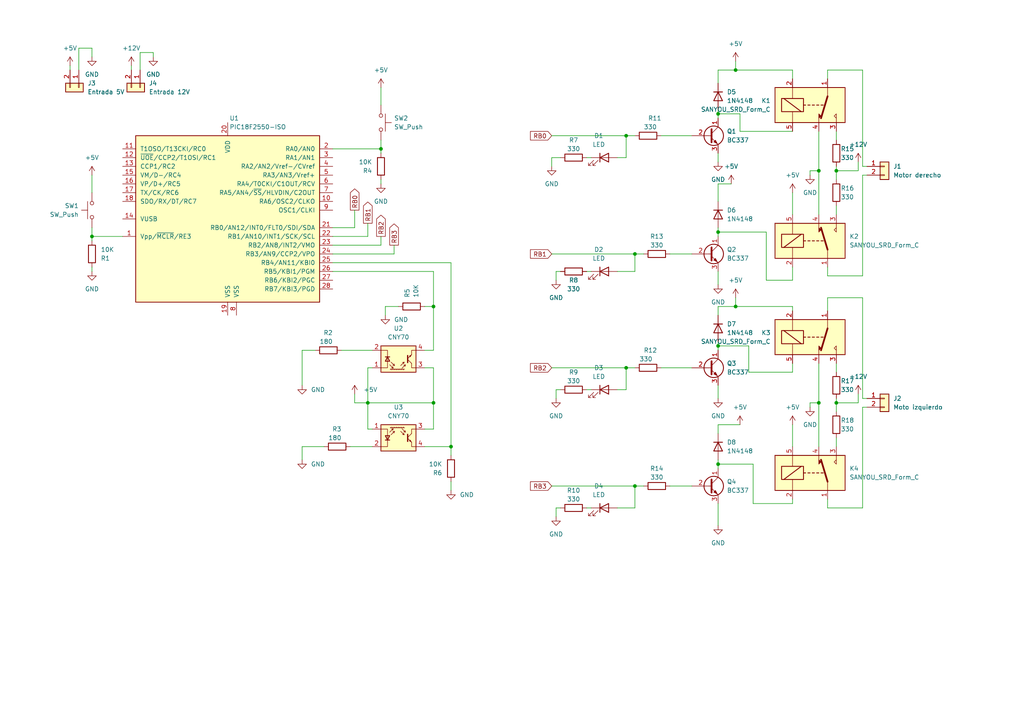
<source format=kicad_sch>
(kicad_sch (version 20211123) (generator eeschema)

  (uuid a6c1ea79-a48c-41c4-b0be-93bdd73bab6b)

  (paper "A4")

  (lib_symbols
    (symbol "Connector_Generic:Conn_01x02" (pin_names (offset 1.016) hide) (in_bom yes) (on_board yes)
      (property "Reference" "J" (id 0) (at 0 2.54 0)
        (effects (font (size 1.27 1.27)))
      )
      (property "Value" "Conn_01x02" (id 1) (at 0 -5.08 0)
        (effects (font (size 1.27 1.27)))
      )
      (property "Footprint" "" (id 2) (at 0 0 0)
        (effects (font (size 1.27 1.27)) hide)
      )
      (property "Datasheet" "~" (id 3) (at 0 0 0)
        (effects (font (size 1.27 1.27)) hide)
      )
      (property "ki_keywords" "connector" (id 4) (at 0 0 0)
        (effects (font (size 1.27 1.27)) hide)
      )
      (property "ki_description" "Generic connector, single row, 01x02, script generated (kicad-library-utils/schlib/autogen/connector/)" (id 5) (at 0 0 0)
        (effects (font (size 1.27 1.27)) hide)
      )
      (property "ki_fp_filters" "Connector*:*_1x??_*" (id 6) (at 0 0 0)
        (effects (font (size 1.27 1.27)) hide)
      )
      (symbol "Conn_01x02_1_1"
        (rectangle (start -1.27 -2.413) (end 0 -2.667)
          (stroke (width 0.1524) (type default) (color 0 0 0 0))
          (fill (type none))
        )
        (rectangle (start -1.27 0.127) (end 0 -0.127)
          (stroke (width 0.1524) (type default) (color 0 0 0 0))
          (fill (type none))
        )
        (rectangle (start -1.27 1.27) (end 1.27 -3.81)
          (stroke (width 0.254) (type default) (color 0 0 0 0))
          (fill (type background))
        )
        (pin passive line (at -5.08 0 0) (length 3.81)
          (name "Pin_1" (effects (font (size 1.27 1.27))))
          (number "1" (effects (font (size 1.27 1.27))))
        )
        (pin passive line (at -5.08 -2.54 0) (length 3.81)
          (name "Pin_2" (effects (font (size 1.27 1.27))))
          (number "2" (effects (font (size 1.27 1.27))))
        )
      )
    )
    (symbol "Device:LED" (pin_numbers hide) (pin_names (offset 1.016) hide) (in_bom yes) (on_board yes)
      (property "Reference" "D" (id 0) (at 0 2.54 0)
        (effects (font (size 1.27 1.27)))
      )
      (property "Value" "LED" (id 1) (at 0 -2.54 0)
        (effects (font (size 1.27 1.27)))
      )
      (property "Footprint" "" (id 2) (at 0 0 0)
        (effects (font (size 1.27 1.27)) hide)
      )
      (property "Datasheet" "~" (id 3) (at 0 0 0)
        (effects (font (size 1.27 1.27)) hide)
      )
      (property "ki_keywords" "LED diode" (id 4) (at 0 0 0)
        (effects (font (size 1.27 1.27)) hide)
      )
      (property "ki_description" "Light emitting diode" (id 5) (at 0 0 0)
        (effects (font (size 1.27 1.27)) hide)
      )
      (property "ki_fp_filters" "LED* LED_SMD:* LED_THT:*" (id 6) (at 0 0 0)
        (effects (font (size 1.27 1.27)) hide)
      )
      (symbol "LED_0_1"
        (polyline
          (pts
            (xy -1.27 -1.27)
            (xy -1.27 1.27)
          )
          (stroke (width 0.254) (type default) (color 0 0 0 0))
          (fill (type none))
        )
        (polyline
          (pts
            (xy -1.27 0)
            (xy 1.27 0)
          )
          (stroke (width 0) (type default) (color 0 0 0 0))
          (fill (type none))
        )
        (polyline
          (pts
            (xy 1.27 -1.27)
            (xy 1.27 1.27)
            (xy -1.27 0)
            (xy 1.27 -1.27)
          )
          (stroke (width 0.254) (type default) (color 0 0 0 0))
          (fill (type none))
        )
        (polyline
          (pts
            (xy -3.048 -0.762)
            (xy -4.572 -2.286)
            (xy -3.81 -2.286)
            (xy -4.572 -2.286)
            (xy -4.572 -1.524)
          )
          (stroke (width 0) (type default) (color 0 0 0 0))
          (fill (type none))
        )
        (polyline
          (pts
            (xy -1.778 -0.762)
            (xy -3.302 -2.286)
            (xy -2.54 -2.286)
            (xy -3.302 -2.286)
            (xy -3.302 -1.524)
          )
          (stroke (width 0) (type default) (color 0 0 0 0))
          (fill (type none))
        )
      )
      (symbol "LED_1_1"
        (pin passive line (at -3.81 0 0) (length 2.54)
          (name "K" (effects (font (size 1.27 1.27))))
          (number "1" (effects (font (size 1.27 1.27))))
        )
        (pin passive line (at 3.81 0 180) (length 2.54)
          (name "A" (effects (font (size 1.27 1.27))))
          (number "2" (effects (font (size 1.27 1.27))))
        )
      )
    )
    (symbol "Device:R" (pin_numbers hide) (pin_names (offset 0)) (in_bom yes) (on_board yes)
      (property "Reference" "R" (id 0) (at 2.032 0 90)
        (effects (font (size 1.27 1.27)))
      )
      (property "Value" "R" (id 1) (at 0 0 90)
        (effects (font (size 1.27 1.27)))
      )
      (property "Footprint" "" (id 2) (at -1.778 0 90)
        (effects (font (size 1.27 1.27)) hide)
      )
      (property "Datasheet" "~" (id 3) (at 0 0 0)
        (effects (font (size 1.27 1.27)) hide)
      )
      (property "ki_keywords" "R res resistor" (id 4) (at 0 0 0)
        (effects (font (size 1.27 1.27)) hide)
      )
      (property "ki_description" "Resistor" (id 5) (at 0 0 0)
        (effects (font (size 1.27 1.27)) hide)
      )
      (property "ki_fp_filters" "R_*" (id 6) (at 0 0 0)
        (effects (font (size 1.27 1.27)) hide)
      )
      (symbol "R_0_1"
        (rectangle (start -1.016 -2.54) (end 1.016 2.54)
          (stroke (width 0.254) (type default) (color 0 0 0 0))
          (fill (type none))
        )
      )
      (symbol "R_1_1"
        (pin passive line (at 0 3.81 270) (length 1.27)
          (name "~" (effects (font (size 1.27 1.27))))
          (number "1" (effects (font (size 1.27 1.27))))
        )
        (pin passive line (at 0 -3.81 90) (length 1.27)
          (name "~" (effects (font (size 1.27 1.27))))
          (number "2" (effects (font (size 1.27 1.27))))
        )
      )
    )
    (symbol "Diode:1N4148" (pin_numbers hide) (pin_names (offset 1.016) hide) (in_bom yes) (on_board yes)
      (property "Reference" "D" (id 0) (at 0 2.54 0)
        (effects (font (size 1.27 1.27)))
      )
      (property "Value" "1N4148" (id 1) (at 0 -2.54 0)
        (effects (font (size 1.27 1.27)))
      )
      (property "Footprint" "Diode_THT:D_DO-35_SOD27_P7.62mm_Horizontal" (id 2) (at 0 -4.445 0)
        (effects (font (size 1.27 1.27)) hide)
      )
      (property "Datasheet" "https://assets.nexperia.com/documents/data-sheet/1N4148_1N4448.pdf" (id 3) (at 0 0 0)
        (effects (font (size 1.27 1.27)) hide)
      )
      (property "ki_keywords" "diode" (id 4) (at 0 0 0)
        (effects (font (size 1.27 1.27)) hide)
      )
      (property "ki_description" "100V 0.15A standard switching diode, DO-35" (id 5) (at 0 0 0)
        (effects (font (size 1.27 1.27)) hide)
      )
      (property "ki_fp_filters" "D*DO?35*" (id 6) (at 0 0 0)
        (effects (font (size 1.27 1.27)) hide)
      )
      (symbol "1N4148_0_1"
        (polyline
          (pts
            (xy -1.27 1.27)
            (xy -1.27 -1.27)
          )
          (stroke (width 0.254) (type default) (color 0 0 0 0))
          (fill (type none))
        )
        (polyline
          (pts
            (xy 1.27 0)
            (xy -1.27 0)
          )
          (stroke (width 0) (type default) (color 0 0 0 0))
          (fill (type none))
        )
        (polyline
          (pts
            (xy 1.27 1.27)
            (xy 1.27 -1.27)
            (xy -1.27 0)
            (xy 1.27 1.27)
          )
          (stroke (width 0.254) (type default) (color 0 0 0 0))
          (fill (type none))
        )
      )
      (symbol "1N4148_1_1"
        (pin passive line (at -3.81 0 0) (length 2.54)
          (name "K" (effects (font (size 1.27 1.27))))
          (number "1" (effects (font (size 1.27 1.27))))
        )
        (pin passive line (at 3.81 0 180) (length 2.54)
          (name "A" (effects (font (size 1.27 1.27))))
          (number "2" (effects (font (size 1.27 1.27))))
        )
      )
    )
    (symbol "MCU_Microchip_PIC18:PIC18F2550-ISO" (pin_names (offset 1.27)) (in_bom yes) (on_board yes)
      (property "Reference" "U" (id 0) (at -25.4 25.4 0)
        (effects (font (size 1.27 1.27)))
      )
      (property "Value" "PIC18F2550-ISO" (id 1) (at 16.51 -25.4 0)
        (effects (font (size 1.27 1.27)))
      )
      (property "Footprint" "Package_SO:SOIC-28W_7.5x17.9mm_P1.27mm" (id 2) (at 0 0 0)
        (effects (font (size 1.27 1.27) italic) hide)
      )
      (property "Datasheet" "http://ww1.microchip.com/downloads/en/devicedoc/39632c.pdf" (id 3) (at 0 -11.43 0)
        (effects (font (size 1.27 1.27)) hide)
      )
      (property "ki_keywords" "Flash-Based 8-Bit Microcontroller XLP" (id 4) (at 0 0 0)
        (effects (font (size 1.27 1.27)) hide)
      )
      (property "ki_description" "32K Flash, 2K SRAM, 256 EEPROM, USB, nanoWatt XLP, SOIC28" (id 5) (at 0 0 0)
        (effects (font (size 1.27 1.27)) hide)
      )
      (property "ki_fp_filters" "SO*W*7.5x17.9mm_P1.27mm*" (id 6) (at 0 0 0)
        (effects (font (size 1.27 1.27)) hide)
      )
      (symbol "PIC18F2550-ISO_0_1"
        (rectangle (start -26.67 24.13) (end 26.67 -24.13)
          (stroke (width 0.254) (type default) (color 0 0 0 0))
          (fill (type background))
        )
      )
      (symbol "PIC18F2550-ISO_1_1"
        (pin input line (at 30.48 -5.08 180) (length 3.81)
          (name "Vpp/~{MCLR}/RE3" (effects (font (size 1.27 1.27))))
          (number "1" (effects (font (size 1.27 1.27))))
        )
        (pin output line (at -30.48 5.08 0) (length 3.81)
          (name "RA6/OSC2/CLKO" (effects (font (size 1.27 1.27))))
          (number "10" (effects (font (size 1.27 1.27))))
        )
        (pin bidirectional line (at 30.48 20.32 180) (length 3.81)
          (name "T1OSO/T13CKI/RC0" (effects (font (size 1.27 1.27))))
          (number "11" (effects (font (size 1.27 1.27))))
        )
        (pin bidirectional line (at 30.48 17.78 180) (length 3.81)
          (name "~{UOE}/CCP2/T1OSI/RC1" (effects (font (size 1.27 1.27))))
          (number "12" (effects (font (size 1.27 1.27))))
        )
        (pin bidirectional line (at 30.48 15.24 180) (length 3.81)
          (name "CCP1/RC2" (effects (font (size 1.27 1.27))))
          (number "13" (effects (font (size 1.27 1.27))))
        )
        (pin bidirectional line (at 30.48 0 180) (length 3.81)
          (name "VUSB" (effects (font (size 1.27 1.27))))
          (number "14" (effects (font (size 1.27 1.27))))
        )
        (pin bidirectional line (at 30.48 12.7 180) (length 3.81)
          (name "VM/D-/RC4" (effects (font (size 1.27 1.27))))
          (number "15" (effects (font (size 1.27 1.27))))
        )
        (pin bidirectional line (at 30.48 10.16 180) (length 3.81)
          (name "VP/D+/RC5" (effects (font (size 1.27 1.27))))
          (number "16" (effects (font (size 1.27 1.27))))
        )
        (pin bidirectional line (at 30.48 7.62 180) (length 3.81)
          (name "TX/CK/RC6" (effects (font (size 1.27 1.27))))
          (number "17" (effects (font (size 1.27 1.27))))
        )
        (pin bidirectional line (at 30.48 5.08 180) (length 3.81)
          (name "SDO/RX/DT/RC7" (effects (font (size 1.27 1.27))))
          (number "18" (effects (font (size 1.27 1.27))))
        )
        (pin power_in line (at 0 -27.94 90) (length 3.81)
          (name "VSS" (effects (font (size 1.27 1.27))))
          (number "19" (effects (font (size 1.27 1.27))))
        )
        (pin bidirectional line (at -30.48 20.32 0) (length 3.81)
          (name "RA0/AN0" (effects (font (size 1.27 1.27))))
          (number "2" (effects (font (size 1.27 1.27))))
        )
        (pin power_in line (at 0 27.94 270) (length 3.81)
          (name "VDD" (effects (font (size 1.27 1.27))))
          (number "20" (effects (font (size 1.27 1.27))))
        )
        (pin bidirectional line (at -30.48 -2.54 0) (length 3.81)
          (name "RB0/AN12/INT0/FLT0/SDI/SDA" (effects (font (size 1.27 1.27))))
          (number "21" (effects (font (size 1.27 1.27))))
        )
        (pin bidirectional line (at -30.48 -5.08 0) (length 3.81)
          (name "RB1/AN10/INT1/SCK/SCL" (effects (font (size 1.27 1.27))))
          (number "22" (effects (font (size 1.27 1.27))))
        )
        (pin bidirectional line (at -30.48 -7.62 0) (length 3.81)
          (name "RB2/AN8/INT2/VMO" (effects (font (size 1.27 1.27))))
          (number "23" (effects (font (size 1.27 1.27))))
        )
        (pin bidirectional line (at -30.48 -10.16 0) (length 3.81)
          (name "RB3/AN9/CCP2/VPO" (effects (font (size 1.27 1.27))))
          (number "24" (effects (font (size 1.27 1.27))))
        )
        (pin bidirectional line (at -30.48 -12.7 0) (length 3.81)
          (name "RB4/AN11/KBI0" (effects (font (size 1.27 1.27))))
          (number "25" (effects (font (size 1.27 1.27))))
        )
        (pin bidirectional line (at -30.48 -15.24 0) (length 3.81)
          (name "RB5/KBI1/PGM" (effects (font (size 1.27 1.27))))
          (number "26" (effects (font (size 1.27 1.27))))
        )
        (pin bidirectional line (at -30.48 -17.78 0) (length 3.81)
          (name "RB6/KBI2/PGC" (effects (font (size 1.27 1.27))))
          (number "27" (effects (font (size 1.27 1.27))))
        )
        (pin bidirectional line (at -30.48 -20.32 0) (length 3.81)
          (name "RB7/KBI3/PGD" (effects (font (size 1.27 1.27))))
          (number "28" (effects (font (size 1.27 1.27))))
        )
        (pin bidirectional line (at -30.48 17.78 0) (length 3.81)
          (name "RA1/AN1" (effects (font (size 1.27 1.27))))
          (number "3" (effects (font (size 1.27 1.27))))
        )
        (pin bidirectional line (at -30.48 15.24 0) (length 3.81)
          (name "RA2/AN2/Vref-/CVref" (effects (font (size 1.27 1.27))))
          (number "4" (effects (font (size 1.27 1.27))))
        )
        (pin bidirectional line (at -30.48 12.7 0) (length 3.81)
          (name "RA3/AN3/Vref+" (effects (font (size 1.27 1.27))))
          (number "5" (effects (font (size 1.27 1.27))))
        )
        (pin bidirectional line (at -30.48 10.16 0) (length 3.81)
          (name "RA4/T0CKI/C1OUT/RCV" (effects (font (size 1.27 1.27))))
          (number "6" (effects (font (size 1.27 1.27))))
        )
        (pin bidirectional line (at -30.48 7.62 0) (length 3.81)
          (name "RA5/AN4/~{SS}/HLVDIN/C2OUT" (effects (font (size 1.27 1.27))))
          (number "7" (effects (font (size 1.27 1.27))))
        )
        (pin power_in line (at -2.54 -27.94 90) (length 3.81)
          (name "VSS" (effects (font (size 1.27 1.27))))
          (number "8" (effects (font (size 1.27 1.27))))
        )
        (pin input line (at -30.48 2.54 0) (length 3.81)
          (name "OSC1/CLKI" (effects (font (size 1.27 1.27))))
          (number "9" (effects (font (size 1.27 1.27))))
        )
      )
    )
    (symbol "Relay:SANYOU_SRD_Form_C" (in_bom yes) (on_board yes)
      (property "Reference" "K" (id 0) (at 11.43 3.81 0)
        (effects (font (size 1.27 1.27)) (justify left))
      )
      (property "Value" "SANYOU_SRD_Form_C" (id 1) (at 11.43 1.27 0)
        (effects (font (size 1.27 1.27)) (justify left))
      )
      (property "Footprint" "Relay_THT:Relay_SPDT_SANYOU_SRD_Series_Form_C" (id 2) (at 11.43 -1.27 0)
        (effects (font (size 1.27 1.27)) (justify left) hide)
      )
      (property "Datasheet" "http://www.sanyourelay.ca/public/products/pdf/SRD.pdf" (id 3) (at 0 0 0)
        (effects (font (size 1.27 1.27)) hide)
      )
      (property "ki_keywords" "Single Pole Relay SPDT" (id 4) (at 0 0 0)
        (effects (font (size 1.27 1.27)) hide)
      )
      (property "ki_description" "Sanyo SRD relay, Single Pole Miniature Power Relay," (id 5) (at 0 0 0)
        (effects (font (size 1.27 1.27)) hide)
      )
      (property "ki_fp_filters" "Relay*SPDT*SANYOU*SRD*Series*Form*C*" (id 6) (at 0 0 0)
        (effects (font (size 1.27 1.27)) hide)
      )
      (symbol "SANYOU_SRD_Form_C_0_0"
        (polyline
          (pts
            (xy 7.62 5.08)
            (xy 7.62 2.54)
            (xy 6.985 3.175)
            (xy 7.62 3.81)
          )
          (stroke (width 0) (type default) (color 0 0 0 0))
          (fill (type none))
        )
      )
      (symbol "SANYOU_SRD_Form_C_0_1"
        (rectangle (start -10.16 5.08) (end 10.16 -5.08)
          (stroke (width 0.254) (type default) (color 0 0 0 0))
          (fill (type background))
        )
        (rectangle (start -8.255 1.905) (end -1.905 -1.905)
          (stroke (width 0.254) (type default) (color 0 0 0 0))
          (fill (type none))
        )
        (polyline
          (pts
            (xy -7.62 -1.905)
            (xy -2.54 1.905)
          )
          (stroke (width 0.254) (type default) (color 0 0 0 0))
          (fill (type none))
        )
        (polyline
          (pts
            (xy -5.08 -5.08)
            (xy -5.08 -1.905)
          )
          (stroke (width 0) (type default) (color 0 0 0 0))
          (fill (type none))
        )
        (polyline
          (pts
            (xy -5.08 5.08)
            (xy -5.08 1.905)
          )
          (stroke (width 0) (type default) (color 0 0 0 0))
          (fill (type none))
        )
        (polyline
          (pts
            (xy -1.905 0)
            (xy -1.27 0)
          )
          (stroke (width 0.254) (type default) (color 0 0 0 0))
          (fill (type none))
        )
        (polyline
          (pts
            (xy -0.635 0)
            (xy 0 0)
          )
          (stroke (width 0.254) (type default) (color 0 0 0 0))
          (fill (type none))
        )
        (polyline
          (pts
            (xy 0.635 0)
            (xy 1.27 0)
          )
          (stroke (width 0.254) (type default) (color 0 0 0 0))
          (fill (type none))
        )
        (polyline
          (pts
            (xy 1.905 0)
            (xy 2.54 0)
          )
          (stroke (width 0.254) (type default) (color 0 0 0 0))
          (fill (type none))
        )
        (polyline
          (pts
            (xy 3.175 0)
            (xy 3.81 0)
          )
          (stroke (width 0.254) (type default) (color 0 0 0 0))
          (fill (type none))
        )
        (polyline
          (pts
            (xy 5.08 -2.54)
            (xy 3.175 3.81)
          )
          (stroke (width 0.508) (type default) (color 0 0 0 0))
          (fill (type none))
        )
        (polyline
          (pts
            (xy 5.08 -2.54)
            (xy 5.08 -5.08)
          )
          (stroke (width 0) (type default) (color 0 0 0 0))
          (fill (type none))
        )
      )
      (symbol "SANYOU_SRD_Form_C_1_1"
        (polyline
          (pts
            (xy 2.54 3.81)
            (xy 3.175 3.175)
            (xy 2.54 2.54)
            (xy 2.54 5.08)
          )
          (stroke (width 0) (type default) (color 0 0 0 0))
          (fill (type outline))
        )
        (pin passive line (at 5.08 -7.62 90) (length 2.54)
          (name "~" (effects (font (size 1.27 1.27))))
          (number "1" (effects (font (size 1.27 1.27))))
        )
        (pin passive line (at -5.08 -7.62 90) (length 2.54)
          (name "~" (effects (font (size 1.27 1.27))))
          (number "2" (effects (font (size 1.27 1.27))))
        )
        (pin passive line (at 7.62 7.62 270) (length 2.54)
          (name "~" (effects (font (size 1.27 1.27))))
          (number "3" (effects (font (size 1.27 1.27))))
        )
        (pin passive line (at 2.54 7.62 270) (length 2.54)
          (name "~" (effects (font (size 1.27 1.27))))
          (number "4" (effects (font (size 1.27 1.27))))
        )
        (pin passive line (at -5.08 7.62 270) (length 2.54)
          (name "~" (effects (font (size 1.27 1.27))))
          (number "5" (effects (font (size 1.27 1.27))))
        )
      )
    )
    (symbol "Sensor_Proximity:CNY70" (pin_names (offset 1.016) hide) (in_bom yes) (on_board yes)
      (property "Reference" "U" (id 0) (at -5.08 5.08 0)
        (effects (font (size 1.27 1.27)))
      )
      (property "Value" "CNY70" (id 1) (at 5.08 5.08 0)
        (effects (font (size 1.27 1.27)) (justify right))
      )
      (property "Footprint" "OptoDevice:Vishay_CNY70" (id 2) (at 0 -5.08 0)
        (effects (font (size 1.27 1.27)) hide)
      )
      (property "Datasheet" "https://www.vishay.com/docs/83751/cny70.pdf" (id 3) (at 0 2.54 0)
        (effects (font (size 1.27 1.27)) hide)
      )
      (property "ki_keywords" "Reflective Optical Sensor Opto" (id 4) (at 0 0 0)
        (effects (font (size 1.27 1.27)) hide)
      )
      (property "ki_description" "Reflective Optical Sensor with Transistor Output" (id 5) (at 0 0 0)
        (effects (font (size 1.27 1.27)) hide)
      )
      (property "ki_fp_filters" "Vishay*CNY70*" (id 6) (at 0 0 0)
        (effects (font (size 1.27 1.27)) hide)
      )
      (symbol "CNY70_0_1"
        (polyline
          (pts
            (xy -3.81 -0.635)
            (xy -2.54 -0.635)
          )
          (stroke (width 0.254) (type default) (color 0 0 0 0))
          (fill (type none))
        )
        (polyline
          (pts
            (xy -2.286 2.921)
            (xy -2.032 3.175)
          )
          (stroke (width 0) (type default) (color 0 0 0 0))
          (fill (type none))
        )
        (polyline
          (pts
            (xy -1.778 2.921)
            (xy -1.524 3.175)
          )
          (stroke (width 0) (type default) (color 0 0 0 0))
          (fill (type none))
        )
        (polyline
          (pts
            (xy -1.524 2.667)
            (xy -1.651 2.159)
          )
          (stroke (width 0) (type default) (color 0 0 0 0))
          (fill (type none))
        )
        (polyline
          (pts
            (xy -1.27 2.921)
            (xy -1.016 3.175)
          )
          (stroke (width 0) (type default) (color 0 0 0 0))
          (fill (type none))
        )
        (polyline
          (pts
            (xy -1.143 1.905)
            (xy -1.27 1.397)
          )
          (stroke (width 0) (type default) (color 0 0 0 0))
          (fill (type none))
        )
        (polyline
          (pts
            (xy -0.762 2.921)
            (xy -0.508 3.175)
          )
          (stroke (width 0) (type default) (color 0 0 0 0))
          (fill (type none))
        )
        (polyline
          (pts
            (xy -0.254 2.921)
            (xy 0 3.175)
          )
          (stroke (width 0) (type default) (color 0 0 0 0))
          (fill (type none))
        )
        (polyline
          (pts
            (xy 0.254 2.921)
            (xy 0.508 3.175)
          )
          (stroke (width 0) (type default) (color 0 0 0 0))
          (fill (type none))
        )
        (polyline
          (pts
            (xy 0.762 2.921)
            (xy 1.016 3.175)
          )
          (stroke (width 0) (type default) (color 0 0 0 0))
          (fill (type none))
        )
        (polyline
          (pts
            (xy 1.27 2.921)
            (xy 1.524 3.175)
          )
          (stroke (width 0) (type default) (color 0 0 0 0))
          (fill (type none))
        )
        (polyline
          (pts
            (xy 1.651 0.889)
            (xy 1.143 1.016)
          )
          (stroke (width 0) (type default) (color 0 0 0 0))
          (fill (type none))
        )
        (polyline
          (pts
            (xy 1.778 2.921)
            (xy -2.413 2.921)
          )
          (stroke (width 0) (type default) (color 0 0 0 0))
          (fill (type none))
        )
        (polyline
          (pts
            (xy 2.032 1.651)
            (xy 1.524 1.778)
          )
          (stroke (width 0) (type default) (color 0 0 0 0))
          (fill (type none))
        )
        (polyline
          (pts
            (xy 2.667 -0.127)
            (xy 3.81 -1.27)
          )
          (stroke (width 0) (type default) (color 0 0 0 0))
          (fill (type none))
        )
        (polyline
          (pts
            (xy 2.667 0.127)
            (xy 3.81 1.27)
          )
          (stroke (width 0) (type default) (color 0 0 0 0))
          (fill (type none))
        )
        (polyline
          (pts
            (xy -2.54 1.651)
            (xy -1.524 2.667)
            (xy -2.032 2.54)
          )
          (stroke (width 0) (type default) (color 0 0 0 0))
          (fill (type none))
        )
        (polyline
          (pts
            (xy -2.159 0.889)
            (xy -1.143 1.905)
            (xy -1.651 1.778)
          )
          (stroke (width 0) (type default) (color 0 0 0 0))
          (fill (type none))
        )
        (polyline
          (pts
            (xy 0.635 1.905)
            (xy 1.651 0.889)
            (xy 1.524 1.397)
          )
          (stroke (width 0) (type default) (color 0 0 0 0))
          (fill (type none))
        )
        (polyline
          (pts
            (xy 1.016 2.667)
            (xy 2.032 1.651)
            (xy 1.905 2.159)
          )
          (stroke (width 0) (type default) (color 0 0 0 0))
          (fill (type none))
        )
        (polyline
          (pts
            (xy 2.667 1.016)
            (xy 2.667 -1.016)
            (xy 2.667 -1.016)
          )
          (stroke (width 0.3556) (type default) (color 0 0 0 0))
          (fill (type none))
        )
        (polyline
          (pts
            (xy 3.81 -1.27)
            (xy 3.81 -2.54)
            (xy 5.08 -2.54)
          )
          (stroke (width 0) (type default) (color 0 0 0 0))
          (fill (type none))
        )
        (polyline
          (pts
            (xy 3.81 1.27)
            (xy 3.81 2.54)
            (xy 5.08 2.54)
          )
          (stroke (width 0) (type default) (color 0 0 0 0))
          (fill (type none))
        )
        (polyline
          (pts
            (xy -5.08 -2.54)
            (xy -3.175 -2.54)
            (xy -3.175 2.54)
            (xy -5.08 2.54)
          )
          (stroke (width 0) (type default) (color 0 0 0 0))
          (fill (type none))
        )
        (polyline
          (pts
            (xy -3.175 -0.635)
            (xy -3.81 0.635)
            (xy -2.54 0.635)
            (xy -3.175 -0.635)
          )
          (stroke (width 0.254) (type default) (color 0 0 0 0))
          (fill (type none))
        )
        (polyline
          (pts
            (xy 3.683 -1.143)
            (xy 3.429 -0.635)
            (xy 3.175 -0.889)
            (xy 3.683 -1.143)
          )
          (stroke (width 0) (type default) (color 0 0 0 0))
          (fill (type none))
        )
        (polyline
          (pts
            (xy -5.08 -3.81)
            (xy 5.08 -3.81)
            (xy 5.08 3.81)
            (xy -5.08 3.81)
            (xy -5.08 -3.81)
          )
          (stroke (width 0.254) (type default) (color 0 0 0 0))
          (fill (type background))
        )
      )
      (symbol "CNY70_1_1"
        (pin passive line (at -7.62 2.54 0) (length 2.54)
          (name "A" (effects (font (size 1.27 1.27))))
          (number "1" (effects (font (size 1.27 1.27))))
        )
        (pin passive line (at -7.62 -2.54 0) (length 2.54)
          (name "K" (effects (font (size 1.27 1.27))))
          (number "2" (effects (font (size 1.27 1.27))))
        )
        (pin open_collector line (at 7.62 2.54 180) (length 2.54)
          (name "C" (effects (font (size 1.27 1.27))))
          (number "3" (effects (font (size 1.27 1.27))))
        )
        (pin open_emitter line (at 7.62 -2.54 180) (length 2.54)
          (name "E" (effects (font (size 1.27 1.27))))
          (number "4" (effects (font (size 1.27 1.27))))
        )
      )
    )
    (symbol "Switch:SW_Push" (pin_numbers hide) (pin_names (offset 1.016) hide) (in_bom yes) (on_board yes)
      (property "Reference" "SW" (id 0) (at 1.27 2.54 0)
        (effects (font (size 1.27 1.27)) (justify left))
      )
      (property "Value" "SW_Push" (id 1) (at 0 -1.524 0)
        (effects (font (size 1.27 1.27)))
      )
      (property "Footprint" "" (id 2) (at 0 5.08 0)
        (effects (font (size 1.27 1.27)) hide)
      )
      (property "Datasheet" "~" (id 3) (at 0 5.08 0)
        (effects (font (size 1.27 1.27)) hide)
      )
      (property "ki_keywords" "switch normally-open pushbutton push-button" (id 4) (at 0 0 0)
        (effects (font (size 1.27 1.27)) hide)
      )
      (property "ki_description" "Push button switch, generic, two pins" (id 5) (at 0 0 0)
        (effects (font (size 1.27 1.27)) hide)
      )
      (symbol "SW_Push_0_1"
        (circle (center -2.032 0) (radius 0.508)
          (stroke (width 0) (type default) (color 0 0 0 0))
          (fill (type none))
        )
        (polyline
          (pts
            (xy 0 1.27)
            (xy 0 3.048)
          )
          (stroke (width 0) (type default) (color 0 0 0 0))
          (fill (type none))
        )
        (polyline
          (pts
            (xy 2.54 1.27)
            (xy -2.54 1.27)
          )
          (stroke (width 0) (type default) (color 0 0 0 0))
          (fill (type none))
        )
        (circle (center 2.032 0) (radius 0.508)
          (stroke (width 0) (type default) (color 0 0 0 0))
          (fill (type none))
        )
        (pin passive line (at -5.08 0 0) (length 2.54)
          (name "1" (effects (font (size 1.27 1.27))))
          (number "1" (effects (font (size 1.27 1.27))))
        )
        (pin passive line (at 5.08 0 180) (length 2.54)
          (name "2" (effects (font (size 1.27 1.27))))
          (number "2" (effects (font (size 1.27 1.27))))
        )
      )
    )
    (symbol "Transistor_BJT:BC337" (pin_names (offset 0) hide) (in_bom yes) (on_board yes)
      (property "Reference" "Q" (id 0) (at 5.08 1.905 0)
        (effects (font (size 1.27 1.27)) (justify left))
      )
      (property "Value" "BC337" (id 1) (at 5.08 0 0)
        (effects (font (size 1.27 1.27)) (justify left))
      )
      (property "Footprint" "Package_TO_SOT_THT:TO-92_Inline" (id 2) (at 5.08 -1.905 0)
        (effects (font (size 1.27 1.27) italic) (justify left) hide)
      )
      (property "Datasheet" "https://diotec.com/tl_files/diotec/files/pdf/datasheets/bc337.pdf" (id 3) (at 0 0 0)
        (effects (font (size 1.27 1.27)) (justify left) hide)
      )
      (property "ki_keywords" "NPN Transistor" (id 4) (at 0 0 0)
        (effects (font (size 1.27 1.27)) hide)
      )
      (property "ki_description" "0.8A Ic, 45V Vce, NPN Transistor, TO-92" (id 5) (at 0 0 0)
        (effects (font (size 1.27 1.27)) hide)
      )
      (property "ki_fp_filters" "TO?92*" (id 6) (at 0 0 0)
        (effects (font (size 1.27 1.27)) hide)
      )
      (symbol "BC337_0_1"
        (polyline
          (pts
            (xy 0 0)
            (xy 0.635 0)
          )
          (stroke (width 0) (type default) (color 0 0 0 0))
          (fill (type none))
        )
        (polyline
          (pts
            (xy 0.635 0.635)
            (xy 2.54 2.54)
          )
          (stroke (width 0) (type default) (color 0 0 0 0))
          (fill (type none))
        )
        (polyline
          (pts
            (xy 0.635 -0.635)
            (xy 2.54 -2.54)
            (xy 2.54 -2.54)
          )
          (stroke (width 0) (type default) (color 0 0 0 0))
          (fill (type none))
        )
        (polyline
          (pts
            (xy 0.635 1.905)
            (xy 0.635 -1.905)
            (xy 0.635 -1.905)
          )
          (stroke (width 0.508) (type default) (color 0 0 0 0))
          (fill (type none))
        )
        (polyline
          (pts
            (xy 1.27 -1.778)
            (xy 1.778 -1.27)
            (xy 2.286 -2.286)
            (xy 1.27 -1.778)
            (xy 1.27 -1.778)
          )
          (stroke (width 0) (type default) (color 0 0 0 0))
          (fill (type outline))
        )
        (circle (center 1.27 0) (radius 2.8194)
          (stroke (width 0.254) (type default) (color 0 0 0 0))
          (fill (type none))
        )
      )
      (symbol "BC337_1_1"
        (pin passive line (at 2.54 5.08 270) (length 2.54)
          (name "C" (effects (font (size 1.27 1.27))))
          (number "1" (effects (font (size 1.27 1.27))))
        )
        (pin input line (at -5.08 0 0) (length 5.08)
          (name "B" (effects (font (size 1.27 1.27))))
          (number "2" (effects (font (size 1.27 1.27))))
        )
        (pin passive line (at 2.54 -5.08 90) (length 2.54)
          (name "E" (effects (font (size 1.27 1.27))))
          (number "3" (effects (font (size 1.27 1.27))))
        )
      )
    )
    (symbol "power:+12V" (power) (pin_names (offset 0)) (in_bom yes) (on_board yes)
      (property "Reference" "#PWR" (id 0) (at 0 -3.81 0)
        (effects (font (size 1.27 1.27)) hide)
      )
      (property "Value" "+12V" (id 1) (at 0 3.556 0)
        (effects (font (size 1.27 1.27)))
      )
      (property "Footprint" "" (id 2) (at 0 0 0)
        (effects (font (size 1.27 1.27)) hide)
      )
      (property "Datasheet" "" (id 3) (at 0 0 0)
        (effects (font (size 1.27 1.27)) hide)
      )
      (property "ki_keywords" "power-flag" (id 4) (at 0 0 0)
        (effects (font (size 1.27 1.27)) hide)
      )
      (property "ki_description" "Power symbol creates a global label with name \"+12V\"" (id 5) (at 0 0 0)
        (effects (font (size 1.27 1.27)) hide)
      )
      (symbol "+12V_0_1"
        (polyline
          (pts
            (xy -0.762 1.27)
            (xy 0 2.54)
          )
          (stroke (width 0) (type default) (color 0 0 0 0))
          (fill (type none))
        )
        (polyline
          (pts
            (xy 0 0)
            (xy 0 2.54)
          )
          (stroke (width 0) (type default) (color 0 0 0 0))
          (fill (type none))
        )
        (polyline
          (pts
            (xy 0 2.54)
            (xy 0.762 1.27)
          )
          (stroke (width 0) (type default) (color 0 0 0 0))
          (fill (type none))
        )
      )
      (symbol "+12V_1_1"
        (pin power_in line (at 0 0 90) (length 0) hide
          (name "+12V" (effects (font (size 1.27 1.27))))
          (number "1" (effects (font (size 1.27 1.27))))
        )
      )
    )
    (symbol "power:+5V" (power) (pin_names (offset 0)) (in_bom yes) (on_board yes)
      (property "Reference" "#PWR" (id 0) (at 0 -3.81 0)
        (effects (font (size 1.27 1.27)) hide)
      )
      (property "Value" "+5V" (id 1) (at 0 3.556 0)
        (effects (font (size 1.27 1.27)))
      )
      (property "Footprint" "" (id 2) (at 0 0 0)
        (effects (font (size 1.27 1.27)) hide)
      )
      (property "Datasheet" "" (id 3) (at 0 0 0)
        (effects (font (size 1.27 1.27)) hide)
      )
      (property "ki_keywords" "power-flag" (id 4) (at 0 0 0)
        (effects (font (size 1.27 1.27)) hide)
      )
      (property "ki_description" "Power symbol creates a global label with name \"+5V\"" (id 5) (at 0 0 0)
        (effects (font (size 1.27 1.27)) hide)
      )
      (symbol "+5V_0_1"
        (polyline
          (pts
            (xy -0.762 1.27)
            (xy 0 2.54)
          )
          (stroke (width 0) (type default) (color 0 0 0 0))
          (fill (type none))
        )
        (polyline
          (pts
            (xy 0 0)
            (xy 0 2.54)
          )
          (stroke (width 0) (type default) (color 0 0 0 0))
          (fill (type none))
        )
        (polyline
          (pts
            (xy 0 2.54)
            (xy 0.762 1.27)
          )
          (stroke (width 0) (type default) (color 0 0 0 0))
          (fill (type none))
        )
      )
      (symbol "+5V_1_1"
        (pin power_in line (at 0 0 90) (length 0) hide
          (name "+5V" (effects (font (size 1.27 1.27))))
          (number "1" (effects (font (size 1.27 1.27))))
        )
      )
    )
    (symbol "power:GND" (power) (pin_names (offset 0)) (in_bom yes) (on_board yes)
      (property "Reference" "#PWR" (id 0) (at 0 -6.35 0)
        (effects (font (size 1.27 1.27)) hide)
      )
      (property "Value" "GND" (id 1) (at 0 -3.81 0)
        (effects (font (size 1.27 1.27)))
      )
      (property "Footprint" "" (id 2) (at 0 0 0)
        (effects (font (size 1.27 1.27)) hide)
      )
      (property "Datasheet" "" (id 3) (at 0 0 0)
        (effects (font (size 1.27 1.27)) hide)
      )
      (property "ki_keywords" "power-flag" (id 4) (at 0 0 0)
        (effects (font (size 1.27 1.27)) hide)
      )
      (property "ki_description" "Power symbol creates a global label with name \"GND\" , ground" (id 5) (at 0 0 0)
        (effects (font (size 1.27 1.27)) hide)
      )
      (symbol "GND_0_1"
        (polyline
          (pts
            (xy 0 0)
            (xy 0 -1.27)
            (xy 1.27 -1.27)
            (xy 0 -2.54)
            (xy -1.27 -1.27)
            (xy 0 -1.27)
          )
          (stroke (width 0) (type default) (color 0 0 0 0))
          (fill (type none))
        )
      )
      (symbol "GND_1_1"
        (pin power_in line (at 0 0 270) (length 0) hide
          (name "GND" (effects (font (size 1.27 1.27))))
          (number "1" (effects (font (size 1.27 1.27))))
        )
      )
    )
  )

  (junction (at 110.49 43.18) (diameter 0) (color 0 0 0 0)
    (uuid 0e9ba6f9-3905-4cbf-b8a8-2b70eb74fb8c)
  )
  (junction (at 184.15 73.66) (diameter 0) (color 0 0 0 0)
    (uuid 17c38794-40c3-4248-a416-aa3e654c4340)
  )
  (junction (at 208.28 67.31) (diameter 0) (color 0 0 0 0)
    (uuid 227a48a4-65e2-41ea-97e5-32bd1fbc5dda)
  )
  (junction (at 213.36 20.32) (diameter 0) (color 0 0 0 0)
    (uuid 2cb60ac2-f89d-46d2-8ff8-ce8ac4af8d76)
  )
  (junction (at 208.28 100.33) (diameter 0) (color 0 0 0 0)
    (uuid 386b1749-c8b9-451d-8184-a8c44d7371c2)
  )
  (junction (at 237.49 116.84) (diameter 0) (color 0 0 0 0)
    (uuid 391bf4a8-52f4-4642-9d75-cd1d46aab24c)
  )
  (junction (at 181.61 106.68) (diameter 0) (color 0 0 0 0)
    (uuid 4c6bc9a4-2ef0-482d-8838-0bb92f4bf1fa)
  )
  (junction (at 130.81 129.54) (diameter 0) (color 0 0 0 0)
    (uuid 680d4872-87f7-47a0-9981-d41786b70f0d)
  )
  (junction (at 242.57 116.84) (diameter 0) (color 0 0 0 0)
    (uuid 6c3d5b54-4f24-4474-83e5-bb4f1f1f5237)
  )
  (junction (at 237.49 49.53) (diameter 0) (color 0 0 0 0)
    (uuid 8b7f3c0a-6213-465f-bc9d-c95f21d184d9)
  )
  (junction (at 184.15 140.97) (diameter 0) (color 0 0 0 0)
    (uuid 8ee8d256-2dce-4f91-8dce-99594077ffb5)
  )
  (junction (at 208.28 33.02) (diameter 0) (color 0 0 0 0)
    (uuid 90ca3ee0-750f-4ce4-b8d1-ad477e54816a)
  )
  (junction (at 213.36 88.9) (diameter 0) (color 0 0 0 0)
    (uuid a0f46eba-c41c-444e-8612-bc56da4af7f3)
  )
  (junction (at 106.68 116.84) (diameter 0) (color 0 0 0 0)
    (uuid a2b8dffb-aefe-40cb-a230-3460aa85af0a)
  )
  (junction (at 125.73 116.84) (diameter 0) (color 0 0 0 0)
    (uuid cad9c4ac-76ff-40c6-98a1-f0755bf4bcb0)
  )
  (junction (at 26.67 68.58) (diameter 0) (color 0 0 0 0)
    (uuid d0bd2331-e7b7-4e94-8013-e03104c9abef)
  )
  (junction (at 242.57 49.53) (diameter 0) (color 0 0 0 0)
    (uuid d1dfa8d0-f795-4957-8646-4e113cec2aa3)
  )
  (junction (at 208.28 134.62) (diameter 0) (color 0 0 0 0)
    (uuid d281c3d8-011e-4c47-ae3c-ab5fb962578a)
  )
  (junction (at 125.73 88.9) (diameter 0) (color 0 0 0 0)
    (uuid dbc9aea2-81e0-4094-92d2-8ebbe1859480)
  )
  (junction (at 181.61 39.37) (diameter 0) (color 0 0 0 0)
    (uuid eaec19ef-5b81-46fc-a005-1bbc7b4ca077)
  )

  (wire (pts (xy 222.25 67.31) (xy 222.25 81.28))
    (stroke (width 0) (type default) (color 0 0 0 0))
    (uuid 00fd8c4f-e275-453a-9de3-7256b75799fa)
  )
  (wire (pts (xy 22.86 20.32) (xy 22.86 13.97))
    (stroke (width 0) (type default) (color 0 0 0 0))
    (uuid 02045074-aad0-461f-bbcc-423bce884cc0)
  )
  (wire (pts (xy 250.19 50.8) (xy 251.46 50.8))
    (stroke (width 0) (type default) (color 0 0 0 0))
    (uuid 03a9c6c2-387d-470d-8572-91f544707dd9)
  )
  (wire (pts (xy 234.95 116.84) (xy 237.49 116.84))
    (stroke (width 0) (type default) (color 0 0 0 0))
    (uuid 03aaf79f-cebe-4bbe-85db-d34a35229d5c)
  )
  (wire (pts (xy 110.49 71.12) (xy 110.49 68.58))
    (stroke (width 0) (type default) (color 0 0 0 0))
    (uuid 0519ed1c-7c67-48da-b212-9a9216172e21)
  )
  (wire (pts (xy 208.28 134.62) (xy 208.28 135.89))
    (stroke (width 0) (type default) (color 0 0 0 0))
    (uuid 051c3634-cae0-4fa8-9b7f-a456782b7fbe)
  )
  (wire (pts (xy 208.28 33.02) (xy 208.28 34.29))
    (stroke (width 0) (type default) (color 0 0 0 0))
    (uuid 066cab03-c484-4f0b-85b4-f66afe049d4e)
  )
  (wire (pts (xy 213.36 86.36) (xy 213.36 88.9))
    (stroke (width 0) (type default) (color 0 0 0 0))
    (uuid 06c40884-5346-45b3-aa7b-d49b1cb60cbd)
  )
  (wire (pts (xy 240.03 80.01) (xy 250.19 80.01))
    (stroke (width 0) (type default) (color 0 0 0 0))
    (uuid 09ad5ab9-782d-42da-93b8-9d842b0dbdd1)
  )
  (wire (pts (xy 208.28 99.06) (xy 208.28 100.33))
    (stroke (width 0) (type default) (color 0 0 0 0))
    (uuid 10d4df93-eba6-416b-add2-4481a8773f13)
  )
  (wire (pts (xy 161.29 78.74) (xy 161.29 81.28))
    (stroke (width 0) (type default) (color 0 0 0 0))
    (uuid 14031561-063a-43db-a9d7-de4526cea964)
  )
  (wire (pts (xy 218.44 146.05) (xy 229.87 146.05))
    (stroke (width 0) (type default) (color 0 0 0 0))
    (uuid 167fa837-0dbe-4d40-b175-e0780531c7e9)
  )
  (wire (pts (xy 110.49 43.18) (xy 110.49 44.45))
    (stroke (width 0) (type default) (color 0 0 0 0))
    (uuid 171fd7ef-bd30-4cd1-93d7-ae12bd2dd13b)
  )
  (wire (pts (xy 87.63 101.6) (xy 87.63 111.76))
    (stroke (width 0) (type default) (color 0 0 0 0))
    (uuid 1890de68-3a8f-442b-bdef-e7ff781d7657)
  )
  (wire (pts (xy 229.87 38.1) (xy 214.63 38.1))
    (stroke (width 0) (type default) (color 0 0 0 0))
    (uuid 1db978ec-223b-4a9d-b0a7-bf84da93f91a)
  )
  (wire (pts (xy 123.19 124.46) (xy 125.73 124.46))
    (stroke (width 0) (type default) (color 0 0 0 0))
    (uuid 1ebbcf50-47ec-42e3-a93a-f72dec7dc7e2)
  )
  (wire (pts (xy 208.28 125.73) (xy 208.28 123.19))
    (stroke (width 0) (type default) (color 0 0 0 0))
    (uuid 1ffacb97-cf7e-4cad-b04d-8305b39e72c7)
  )
  (wire (pts (xy 229.87 77.47) (xy 229.87 81.28))
    (stroke (width 0) (type default) (color 0 0 0 0))
    (uuid 22e1377e-05dc-4646-b4c0-e0bb65a87801)
  )
  (wire (pts (xy 26.67 68.58) (xy 26.67 69.85))
    (stroke (width 0) (type default) (color 0 0 0 0))
    (uuid 2358b2ad-9d71-4665-a73e-a4f89ce0c91a)
  )
  (wire (pts (xy 237.49 105.41) (xy 237.49 116.84))
    (stroke (width 0) (type default) (color 0 0 0 0))
    (uuid 23b83807-0e92-4408-9b68-5ea4854e92f2)
  )
  (wire (pts (xy 160.02 106.68) (xy 181.61 106.68))
    (stroke (width 0) (type default) (color 0 0 0 0))
    (uuid 2441eb3f-03f8-42f5-96c7-42d66977e352)
  )
  (wire (pts (xy 181.61 106.68) (xy 181.61 113.03))
    (stroke (width 0) (type default) (color 0 0 0 0))
    (uuid 24b7e13a-033e-4b6c-a4b7-a97f7dfdf214)
  )
  (wire (pts (xy 110.49 25.4) (xy 110.49 30.48))
    (stroke (width 0) (type default) (color 0 0 0 0))
    (uuid 25226611-08d1-4e84-b8f4-23dd1e719dba)
  )
  (wire (pts (xy 186.69 73.66) (xy 184.15 73.66))
    (stroke (width 0) (type default) (color 0 0 0 0))
    (uuid 25af3bf6-26ce-48d5-b7e5-b843c270fc94)
  )
  (wire (pts (xy 123.19 101.6) (xy 125.73 101.6))
    (stroke (width 0) (type default) (color 0 0 0 0))
    (uuid 25c530ac-5a76-4473-b178-8dd42f2f4436)
  )
  (wire (pts (xy 208.28 88.9) (xy 208.28 91.44))
    (stroke (width 0) (type default) (color 0 0 0 0))
    (uuid 2604f92b-b5e5-4787-97c7-04d5aa248ed5)
  )
  (wire (pts (xy 130.81 76.2) (xy 96.52 76.2))
    (stroke (width 0) (type default) (color 0 0 0 0))
    (uuid 2745f4a9-6a1f-42b0-ad28-cc024e96284d)
  )
  (wire (pts (xy 161.29 113.03) (xy 161.29 115.57))
    (stroke (width 0) (type default) (color 0 0 0 0))
    (uuid 27774c80-77eb-49ce-b957-caf95ceaacde)
  )
  (wire (pts (xy 125.73 88.9) (xy 125.73 78.74))
    (stroke (width 0) (type default) (color 0 0 0 0))
    (uuid 292eab92-2a94-4323-b4c6-8e1196205f59)
  )
  (wire (pts (xy 102.87 60.96) (xy 102.87 66.04))
    (stroke (width 0) (type default) (color 0 0 0 0))
    (uuid 293d2bb4-9d36-4b60-be05-d125ac900b60)
  )
  (wire (pts (xy 26.67 68.58) (xy 35.56 68.58))
    (stroke (width 0) (type default) (color 0 0 0 0))
    (uuid 2af4c038-8eb5-4763-b7c2-2ccc6d6d225e)
  )
  (wire (pts (xy 229.87 22.86) (xy 229.87 20.32))
    (stroke (width 0) (type default) (color 0 0 0 0))
    (uuid 2b42c9cf-0dfa-41f3-827e-3869314c0939)
  )
  (wire (pts (xy 229.87 146.05) (xy 229.87 144.78))
    (stroke (width 0) (type default) (color 0 0 0 0))
    (uuid 2bd87542-80b3-496c-b039-da973bd1aacb)
  )
  (wire (pts (xy 237.49 38.1) (xy 237.49 49.53))
    (stroke (width 0) (type default) (color 0 0 0 0))
    (uuid 2ce0e70d-e207-4bcf-9dd2-bfb3d3d2da93)
  )
  (wire (pts (xy 191.77 106.68) (xy 200.66 106.68))
    (stroke (width 0) (type default) (color 0 0 0 0))
    (uuid 2e50e137-18da-4930-acb2-985f96fed978)
  )
  (wire (pts (xy 102.87 114.3) (xy 102.87 116.84))
    (stroke (width 0) (type default) (color 0 0 0 0))
    (uuid 3181b4d8-092f-406a-88e2-77724e2a2aa0)
  )
  (wire (pts (xy 248.92 46.99) (xy 248.92 49.53))
    (stroke (width 0) (type default) (color 0 0 0 0))
    (uuid 330c087d-8401-4bc2-bbc9-fb406144c82e)
  )
  (wire (pts (xy 213.36 88.9) (xy 208.28 88.9))
    (stroke (width 0) (type default) (color 0 0 0 0))
    (uuid 3336735b-b8ad-4694-bbb2-3072d4f6d1d4)
  )
  (wire (pts (xy 101.6 129.54) (xy 107.95 129.54))
    (stroke (width 0) (type default) (color 0 0 0 0))
    (uuid 3344e135-aa84-45f9-a15b-d57fd5296b48)
  )
  (wire (pts (xy 96.52 43.18) (xy 110.49 43.18))
    (stroke (width 0) (type default) (color 0 0 0 0))
    (uuid 3604d5cc-9445-47c8-82ed-292a5a70d27d)
  )
  (wire (pts (xy 208.28 67.31) (xy 208.28 68.58))
    (stroke (width 0) (type default) (color 0 0 0 0))
    (uuid 3832aa93-6d8a-42d6-b462-801a9c2849f2)
  )
  (wire (pts (xy 214.63 38.1) (xy 214.63 33.02))
    (stroke (width 0) (type default) (color 0 0 0 0))
    (uuid 3c9fcde8-696d-4d53-8dce-68330794bc5c)
  )
  (wire (pts (xy 160.02 45.72) (xy 160.02 48.26))
    (stroke (width 0) (type default) (color 0 0 0 0))
    (uuid 3ecbf6ae-d990-4101-adca-73576499f68a)
  )
  (wire (pts (xy 218.44 134.62) (xy 208.28 134.62))
    (stroke (width 0) (type default) (color 0 0 0 0))
    (uuid 4165785f-2500-40d8-8c2c-e3892e7f18cc)
  )
  (wire (pts (xy 181.61 45.72) (xy 181.61 39.37))
    (stroke (width 0) (type default) (color 0 0 0 0))
    (uuid 41f0e86b-6608-4af1-b9c0-13d84f9c0e0a)
  )
  (wire (pts (xy 242.57 127) (xy 242.57 129.54))
    (stroke (width 0) (type default) (color 0 0 0 0))
    (uuid 426ea733-5a2e-4150-b468-05fa8fb5e529)
  )
  (wire (pts (xy 242.57 116.84) (xy 242.57 119.38))
    (stroke (width 0) (type default) (color 0 0 0 0))
    (uuid 42904a13-7cea-4bce-8ba0-7ee3d2dd5268)
  )
  (wire (pts (xy 229.87 90.17) (xy 229.87 88.9))
    (stroke (width 0) (type default) (color 0 0 0 0))
    (uuid 483f4f6f-486a-43e9-9d2d-5e1f0ac80673)
  )
  (wire (pts (xy 250.19 80.01) (xy 250.19 50.8))
    (stroke (width 0) (type default) (color 0 0 0 0))
    (uuid 4864397c-83c3-4f9b-b4d4-af8e77cb29f1)
  )
  (wire (pts (xy 20.32 19.05) (xy 20.32 20.32))
    (stroke (width 0) (type default) (color 0 0 0 0))
    (uuid 4b09fb85-6664-4d10-a3fc-ea758dc07f30)
  )
  (wire (pts (xy 44.45 15.24) (xy 44.45 16.51))
    (stroke (width 0) (type default) (color 0 0 0 0))
    (uuid 4bbb96c2-986b-4dc0-80f9-b1ec4873a5ff)
  )
  (wire (pts (xy 234.95 49.53) (xy 234.95 50.8))
    (stroke (width 0) (type default) (color 0 0 0 0))
    (uuid 4edf643b-3748-494d-93af-e021266bebc7)
  )
  (wire (pts (xy 237.49 49.53) (xy 237.49 62.23))
    (stroke (width 0) (type default) (color 0 0 0 0))
    (uuid 4fe642e4-d53c-4859-9855-ae2cf90dca23)
  )
  (wire (pts (xy 40.64 20.32) (xy 40.64 15.24))
    (stroke (width 0) (type default) (color 0 0 0 0))
    (uuid 51b0abc7-11b9-44db-8b3a-fed5ebae844e)
  )
  (wire (pts (xy 250.19 118.11) (xy 251.46 118.11))
    (stroke (width 0) (type default) (color 0 0 0 0))
    (uuid 55ff2627-bfa8-48a4-86ba-45047762bcf5)
  )
  (wire (pts (xy 162.56 45.72) (xy 160.02 45.72))
    (stroke (width 0) (type default) (color 0 0 0 0))
    (uuid 565c6317-e5fd-40f9-a687-3c1cb0e35011)
  )
  (wire (pts (xy 208.28 31.75) (xy 208.28 33.02))
    (stroke (width 0) (type default) (color 0 0 0 0))
    (uuid 569671de-a339-4e68-8453-9117c2c28b68)
  )
  (wire (pts (xy 96.52 73.66) (xy 114.3 73.66))
    (stroke (width 0) (type default) (color 0 0 0 0))
    (uuid 589d363a-f705-4517-a97f-e3130267e5ca)
  )
  (wire (pts (xy 111.76 88.9) (xy 111.76 91.44))
    (stroke (width 0) (type default) (color 0 0 0 0))
    (uuid 58bb40b8-84fa-45ab-b7dd-e02169543b0d)
  )
  (wire (pts (xy 208.28 24.13) (xy 208.28 20.32))
    (stroke (width 0) (type default) (color 0 0 0 0))
    (uuid 595101a5-5bc0-4d41-aa58-3b2833ef9893)
  )
  (wire (pts (xy 170.18 78.74) (xy 171.45 78.74))
    (stroke (width 0) (type default) (color 0 0 0 0))
    (uuid 5bec3d25-ea4e-4c52-b840-312434f3416a)
  )
  (wire (pts (xy 161.29 147.32) (xy 161.29 149.86))
    (stroke (width 0) (type default) (color 0 0 0 0))
    (uuid 5c3c6c2b-f4c5-4700-a932-b4c0bbf473cc)
  )
  (wire (pts (xy 208.28 100.33) (xy 208.28 101.6))
    (stroke (width 0) (type default) (color 0 0 0 0))
    (uuid 5ceac916-3f66-438e-8b56-7118ddafc003)
  )
  (wire (pts (xy 26.67 66.04) (xy 26.67 68.58))
    (stroke (width 0) (type default) (color 0 0 0 0))
    (uuid 60021107-1631-4e80-a758-fb0766b43064)
  )
  (wire (pts (xy 160.02 39.37) (xy 181.61 39.37))
    (stroke (width 0) (type default) (color 0 0 0 0))
    (uuid 61f0ef85-396f-4c91-82a9-c973cb0b733d)
  )
  (wire (pts (xy 123.19 106.68) (xy 125.73 106.68))
    (stroke (width 0) (type default) (color 0 0 0 0))
    (uuid 6684946a-fa51-4462-8087-ffda059b7c8b)
  )
  (wire (pts (xy 250.19 20.32) (xy 250.19 48.26))
    (stroke (width 0) (type default) (color 0 0 0 0))
    (uuid 66eecfbf-d04e-48a4-94e1-a05621a16adb)
  )
  (wire (pts (xy 184.15 73.66) (xy 184.15 78.74))
    (stroke (width 0) (type default) (color 0 0 0 0))
    (uuid 68ea7cce-57f6-4aad-91d5-470299f9fa6e)
  )
  (wire (pts (xy 115.57 88.9) (xy 111.76 88.9))
    (stroke (width 0) (type default) (color 0 0 0 0))
    (uuid 69edb150-800e-492b-b91a-bf52f10f01ca)
  )
  (wire (pts (xy 194.31 140.97) (xy 200.66 140.97))
    (stroke (width 0) (type default) (color 0 0 0 0))
    (uuid 6a7f2209-fddf-4209-a7ee-c6fe6bac0596)
  )
  (wire (pts (xy 250.19 147.32) (xy 250.19 118.11))
    (stroke (width 0) (type default) (color 0 0 0 0))
    (uuid 6c488f6f-d49c-45d7-a854-165fa660b7c8)
  )
  (wire (pts (xy 125.73 116.84) (xy 106.68 116.84))
    (stroke (width 0) (type default) (color 0 0 0 0))
    (uuid 6cb048c1-ff0f-4fe5-8db9-bdff075c4c34)
  )
  (wire (pts (xy 217.17 100.33) (xy 208.28 100.33))
    (stroke (width 0) (type default) (color 0 0 0 0))
    (uuid 70953746-a96e-42c6-b8a3-21db7ce1a1c1)
  )
  (wire (pts (xy 208.28 67.31) (xy 222.25 67.31))
    (stroke (width 0) (type default) (color 0 0 0 0))
    (uuid 72904f66-7d5d-4f0c-9e12-75720710fe21)
  )
  (wire (pts (xy 125.73 101.6) (xy 125.73 88.9))
    (stroke (width 0) (type default) (color 0 0 0 0))
    (uuid 73f3bf30-30b0-4bf6-8eb7-85526ac388b5)
  )
  (wire (pts (xy 208.28 78.74) (xy 208.28 82.55))
    (stroke (width 0) (type default) (color 0 0 0 0))
    (uuid 73f6239b-59b7-455c-8275-ea84270a7833)
  )
  (wire (pts (xy 229.87 20.32) (xy 213.36 20.32))
    (stroke (width 0) (type default) (color 0 0 0 0))
    (uuid 763153b1-3126-490e-91a5-57f0d50cf2f2)
  )
  (wire (pts (xy 229.87 107.95) (xy 217.17 107.95))
    (stroke (width 0) (type default) (color 0 0 0 0))
    (uuid 77b79ca4-251c-40a5-9887-94b67e82cd22)
  )
  (wire (pts (xy 234.95 118.11) (xy 234.95 116.84))
    (stroke (width 0) (type default) (color 0 0 0 0))
    (uuid 78b23962-2763-4a36-88c8-4faa780a4e67)
  )
  (wire (pts (xy 208.28 67.31) (xy 208.28 66.04))
    (stroke (width 0) (type default) (color 0 0 0 0))
    (uuid 7c4bad18-832d-4ed1-bf60-4ded5cdd7e57)
  )
  (wire (pts (xy 123.19 129.54) (xy 130.81 129.54))
    (stroke (width 0) (type default) (color 0 0 0 0))
    (uuid 7ecca845-f004-4ef4-9acc-243946af83a1)
  )
  (wire (pts (xy 102.87 116.84) (xy 106.68 116.84))
    (stroke (width 0) (type default) (color 0 0 0 0))
    (uuid 807fc67b-9beb-449d-ba42-7d9e98779b9d)
  )
  (wire (pts (xy 229.87 55.88) (xy 229.87 62.23))
    (stroke (width 0) (type default) (color 0 0 0 0))
    (uuid 862a02d3-5ba7-43b5-8b25-2d3995b8f17f)
  )
  (wire (pts (xy 213.36 20.32) (xy 213.36 17.78))
    (stroke (width 0) (type default) (color 0 0 0 0))
    (uuid 87330f6f-cc6b-4eea-9f17-c12e91dd5e25)
  )
  (wire (pts (xy 181.61 113.03) (xy 179.07 113.03))
    (stroke (width 0) (type default) (color 0 0 0 0))
    (uuid 89e6cb1f-7e0c-4f77-a6db-06e13e894e6b)
  )
  (wire (pts (xy 96.52 66.04) (xy 102.87 66.04))
    (stroke (width 0) (type default) (color 0 0 0 0))
    (uuid 8a7f4d2f-08f6-43b3-bb4b-3a358770250b)
  )
  (wire (pts (xy 130.81 139.7) (xy 130.81 142.24))
    (stroke (width 0) (type default) (color 0 0 0 0))
    (uuid 8b2b7f11-5466-4e93-9162-d1abe2268bf9)
  )
  (wire (pts (xy 208.28 53.34) (xy 208.28 58.42))
    (stroke (width 0) (type default) (color 0 0 0 0))
    (uuid 8c474b1e-7307-4ac7-bf76-236b542a4b11)
  )
  (wire (pts (xy 184.15 78.74) (xy 179.07 78.74))
    (stroke (width 0) (type default) (color 0 0 0 0))
    (uuid 8da3e790-4498-420a-8a2f-9bf22cd060bc)
  )
  (wire (pts (xy 160.02 73.66) (xy 184.15 73.66))
    (stroke (width 0) (type default) (color 0 0 0 0))
    (uuid 91c80dfe-417c-471e-bc37-b5c54f73b7c8)
  )
  (wire (pts (xy 242.57 115.57) (xy 242.57 116.84))
    (stroke (width 0) (type default) (color 0 0 0 0))
    (uuid 9260e2aa-50fa-4c81-9989-433cd38e1e59)
  )
  (wire (pts (xy 240.03 77.47) (xy 240.03 80.01))
    (stroke (width 0) (type default) (color 0 0 0 0))
    (uuid 955a9e54-3b14-4876-a744-3c0d575e4793)
  )
  (wire (pts (xy 218.44 134.62) (xy 218.44 146.05))
    (stroke (width 0) (type default) (color 0 0 0 0))
    (uuid 970a22ca-4361-4385-94dc-fb9113955894)
  )
  (wire (pts (xy 248.92 114.3) (xy 248.92 116.84))
    (stroke (width 0) (type default) (color 0 0 0 0))
    (uuid 97944b18-67d2-4d4d-a41c-f4cd08a32640)
  )
  (wire (pts (xy 40.64 15.24) (xy 44.45 15.24))
    (stroke (width 0) (type default) (color 0 0 0 0))
    (uuid 983ea5b2-4b8b-4207-86a8-b850a86330c1)
  )
  (wire (pts (xy 242.57 48.26) (xy 242.57 49.53))
    (stroke (width 0) (type default) (color 0 0 0 0))
    (uuid 9a40172a-1338-4575-8d4c-e8633e0209f2)
  )
  (wire (pts (xy 162.56 78.74) (xy 161.29 78.74))
    (stroke (width 0) (type default) (color 0 0 0 0))
    (uuid 9b559689-eb59-40f2-8ab9-13d361cf57ef)
  )
  (wire (pts (xy 212.09 53.34) (xy 208.28 53.34))
    (stroke (width 0) (type default) (color 0 0 0 0))
    (uuid 9ce209e8-b19b-47ca-909d-76ef3548b5ce)
  )
  (wire (pts (xy 208.28 146.05) (xy 208.28 152.4))
    (stroke (width 0) (type default) (color 0 0 0 0))
    (uuid 9cf1f38f-34b6-4e60-b5ab-0944a96497cf)
  )
  (wire (pts (xy 194.31 73.66) (xy 200.66 73.66))
    (stroke (width 0) (type default) (color 0 0 0 0))
    (uuid 9d03f46f-d7f1-460e-af9e-80dd11b73fe1)
  )
  (wire (pts (xy 160.02 140.97) (xy 184.15 140.97))
    (stroke (width 0) (type default) (color 0 0 0 0))
    (uuid a0b297da-e012-4c3e-9a5f-fbf2227defd1)
  )
  (wire (pts (xy 107.95 106.68) (xy 106.68 106.68))
    (stroke (width 0) (type default) (color 0 0 0 0))
    (uuid a219d96d-d16d-4d1a-8a6c-14c1f75359b2)
  )
  (wire (pts (xy 125.73 124.46) (xy 125.73 116.84))
    (stroke (width 0) (type default) (color 0 0 0 0))
    (uuid a2e1cedb-7332-4f92-91b1-4712363fbb23)
  )
  (wire (pts (xy 99.06 101.6) (xy 107.95 101.6))
    (stroke (width 0) (type default) (color 0 0 0 0))
    (uuid a330ac37-082b-4635-9af3-c06b94ef7f1f)
  )
  (wire (pts (xy 229.87 81.28) (xy 222.25 81.28))
    (stroke (width 0) (type default) (color 0 0 0 0))
    (uuid a628e143-a659-43b2-ab07-c8c71f0facdb)
  )
  (wire (pts (xy 181.61 39.37) (xy 184.15 39.37))
    (stroke (width 0) (type default) (color 0 0 0 0))
    (uuid a814f918-23f1-46bf-b3ca-6560e72cf4e3)
  )
  (wire (pts (xy 237.49 116.84) (xy 237.49 129.54))
    (stroke (width 0) (type default) (color 0 0 0 0))
    (uuid aa29bc71-93e1-4c1a-a213-353473b91e1b)
  )
  (wire (pts (xy 248.92 116.84) (xy 242.57 116.84))
    (stroke (width 0) (type default) (color 0 0 0 0))
    (uuid af3fbba8-d152-4dce-81a0-5b16260524a3)
  )
  (wire (pts (xy 87.63 129.54) (xy 93.98 129.54))
    (stroke (width 0) (type default) (color 0 0 0 0))
    (uuid af8098af-aa56-4f7d-baa5-bde25025e7ca)
  )
  (wire (pts (xy 248.92 49.53) (xy 242.57 49.53))
    (stroke (width 0) (type default) (color 0 0 0 0))
    (uuid afd38a5c-d8a8-4733-a2be-50f949dc1b5b)
  )
  (wire (pts (xy 191.77 39.37) (xy 200.66 39.37))
    (stroke (width 0) (type default) (color 0 0 0 0))
    (uuid b28a1543-240d-4209-8556-ecdda6ad7e14)
  )
  (wire (pts (xy 250.19 48.26) (xy 251.46 48.26))
    (stroke (width 0) (type default) (color 0 0 0 0))
    (uuid b7bab4dd-4483-4b5f-9445-34d12f62b5b2)
  )
  (wire (pts (xy 110.49 43.18) (xy 110.49 40.64))
    (stroke (width 0) (type default) (color 0 0 0 0))
    (uuid bb2df2bc-f932-4639-8d4f-cac67cf86b93)
  )
  (wire (pts (xy 184.15 106.68) (xy 181.61 106.68))
    (stroke (width 0) (type default) (color 0 0 0 0))
    (uuid bbe04878-1a47-4da9-af27-95164206073d)
  )
  (wire (pts (xy 162.56 113.03) (xy 161.29 113.03))
    (stroke (width 0) (type default) (color 0 0 0 0))
    (uuid bf615ff9-7e0d-4c52-b95e-69750be84b8e)
  )
  (wire (pts (xy 170.18 113.03) (xy 171.45 113.03))
    (stroke (width 0) (type default) (color 0 0 0 0))
    (uuid c0803253-35bf-4e50-83d3-4563cb7b713e)
  )
  (wire (pts (xy 26.67 13.97) (xy 26.67 16.51))
    (stroke (width 0) (type default) (color 0 0 0 0))
    (uuid c32a1eba-4e9b-478f-9c96-19f15de7cb5c)
  )
  (wire (pts (xy 208.28 44.45) (xy 208.28 46.99))
    (stroke (width 0) (type default) (color 0 0 0 0))
    (uuid c374c090-2c1f-4b04-acf2-0d9228ac1e6c)
  )
  (wire (pts (xy 170.18 147.32) (xy 171.45 147.32))
    (stroke (width 0) (type default) (color 0 0 0 0))
    (uuid c37df847-3401-49d8-9234-57a96dbed676)
  )
  (wire (pts (xy 179.07 147.32) (xy 184.15 147.32))
    (stroke (width 0) (type default) (color 0 0 0 0))
    (uuid c59c2a51-be7e-40ca-ba51-b25d8b27d5e6)
  )
  (wire (pts (xy 91.44 101.6) (xy 87.63 101.6))
    (stroke (width 0) (type default) (color 0 0 0 0))
    (uuid c5f30aeb-8638-43fc-8dc3-b2d4452c2561)
  )
  (wire (pts (xy 125.73 78.74) (xy 96.52 78.74))
    (stroke (width 0) (type default) (color 0 0 0 0))
    (uuid c6774a13-5500-41b7-9e40-4e0161ef53ca)
  )
  (wire (pts (xy 240.03 22.86) (xy 240.03 20.32))
    (stroke (width 0) (type default) (color 0 0 0 0))
    (uuid c9c89312-f03f-4d4e-be42-ff91dcd5e3cd)
  )
  (wire (pts (xy 184.15 140.97) (xy 186.69 140.97))
    (stroke (width 0) (type default) (color 0 0 0 0))
    (uuid ca99edbc-5aba-4534-b8a7-ec801f6cf363)
  )
  (wire (pts (xy 125.73 106.68) (xy 125.73 116.84))
    (stroke (width 0) (type default) (color 0 0 0 0))
    (uuid cc3ed613-a33c-401a-ba41-8d5a7c672d9c)
  )
  (wire (pts (xy 22.86 13.97) (xy 26.67 13.97))
    (stroke (width 0) (type default) (color 0 0 0 0))
    (uuid cc918597-5781-47ce-bef5-c15f854a6c32)
  )
  (wire (pts (xy 130.81 129.54) (xy 130.81 132.08))
    (stroke (width 0) (type default) (color 0 0 0 0))
    (uuid cdf3c452-23c0-49dc-84c2-159efc7ab04c)
  )
  (wire (pts (xy 208.28 111.76) (xy 208.28 115.57))
    (stroke (width 0) (type default) (color 0 0 0 0))
    (uuid ce094c2a-d544-41f1-b26e-7cb4f1ae3c7f)
  )
  (wire (pts (xy 242.57 59.69) (xy 242.57 62.23))
    (stroke (width 0) (type default) (color 0 0 0 0))
    (uuid ce48afd5-2b59-4719-9d11-17f2feb77587)
  )
  (wire (pts (xy 106.68 116.84) (xy 106.68 124.46))
    (stroke (width 0) (type default) (color 0 0 0 0))
    (uuid d04e7b1e-e1ea-47a0-b950-8bc3be99cf2d)
  )
  (wire (pts (xy 106.68 106.68) (xy 106.68 116.84))
    (stroke (width 0) (type default) (color 0 0 0 0))
    (uuid d0963d25-0ee6-490a-b507-ece6ee2b2453)
  )
  (wire (pts (xy 96.52 68.58) (xy 106.68 68.58))
    (stroke (width 0) (type default) (color 0 0 0 0))
    (uuid d10b1be2-0c71-4e39-af8c-02bc619aa9bd)
  )
  (wire (pts (xy 170.18 45.72) (xy 171.45 45.72))
    (stroke (width 0) (type default) (color 0 0 0 0))
    (uuid d228f46b-229d-41e6-a25e-edf9e3b2fd3b)
  )
  (wire (pts (xy 214.63 33.02) (xy 208.28 33.02))
    (stroke (width 0) (type default) (color 0 0 0 0))
    (uuid d27bc2e8-4dc2-4853-af61-8a40086f9e3a)
  )
  (wire (pts (xy 114.3 71.12) (xy 114.3 73.66))
    (stroke (width 0) (type default) (color 0 0 0 0))
    (uuid d2aeef0d-115c-413c-abf5-7718935075e1)
  )
  (wire (pts (xy 213.36 88.9) (xy 229.87 88.9))
    (stroke (width 0) (type default) (color 0 0 0 0))
    (uuid d4cd0658-4715-4e3d-a938-e95e63e534bb)
  )
  (wire (pts (xy 208.28 20.32) (xy 213.36 20.32))
    (stroke (width 0) (type default) (color 0 0 0 0))
    (uuid d64ea6b2-968f-428d-a5bc-46d1dbb21fd0)
  )
  (wire (pts (xy 208.28 133.35) (xy 208.28 134.62))
    (stroke (width 0) (type default) (color 0 0 0 0))
    (uuid d68e8373-ae5b-4d42-8bcf-19378c0a003b)
  )
  (wire (pts (xy 26.67 50.8) (xy 26.67 55.88))
    (stroke (width 0) (type default) (color 0 0 0 0))
    (uuid d88fc818-c4a8-45b5-9852-f4f4471bf330)
  )
  (wire (pts (xy 38.1 19.05) (xy 38.1 20.32))
    (stroke (width 0) (type default) (color 0 0 0 0))
    (uuid db61c76c-ee70-42e1-9eff-88f4001ea841)
  )
  (wire (pts (xy 250.19 86.36) (xy 240.03 86.36))
    (stroke (width 0) (type default) (color 0 0 0 0))
    (uuid dc81da5e-8d05-4fc2-856e-5eb50c3233bf)
  )
  (wire (pts (xy 229.87 105.41) (xy 229.87 107.95))
    (stroke (width 0) (type default) (color 0 0 0 0))
    (uuid e00ef3cd-5be6-4d81-905f-20dc396fc10d)
  )
  (wire (pts (xy 96.52 71.12) (xy 110.49 71.12))
    (stroke (width 0) (type default) (color 0 0 0 0))
    (uuid e01e0377-eb15-4281-9e8f-cf68df250885)
  )
  (wire (pts (xy 26.67 77.47) (xy 26.67 78.74))
    (stroke (width 0) (type default) (color 0 0 0 0))
    (uuid e09135ca-35ea-42c1-837f-40aa2e29b150)
  )
  (wire (pts (xy 106.68 64.77) (xy 106.68 68.58))
    (stroke (width 0) (type default) (color 0 0 0 0))
    (uuid e0f0341f-ad77-4770-8085-a60d3c8f79b2)
  )
  (wire (pts (xy 106.68 124.46) (xy 107.95 124.46))
    (stroke (width 0) (type default) (color 0 0 0 0))
    (uuid e226ecc1-4c5b-4a77-aed8-7adcc4b3eefa)
  )
  (wire (pts (xy 110.49 52.07) (xy 110.49 53.34))
    (stroke (width 0) (type default) (color 0 0 0 0))
    (uuid e4afc3c4-ef55-42b0-b20f-55614a1146cd)
  )
  (wire (pts (xy 123.19 88.9) (xy 125.73 88.9))
    (stroke (width 0) (type default) (color 0 0 0 0))
    (uuid e57d5edb-7f84-47c7-a36b-d257325c6a7c)
  )
  (wire (pts (xy 240.03 147.32) (xy 250.19 147.32))
    (stroke (width 0) (type default) (color 0 0 0 0))
    (uuid e6aa9ae8-78f3-4c06-9b1f-313ec4954f5d)
  )
  (wire (pts (xy 240.03 86.36) (xy 240.03 90.17))
    (stroke (width 0) (type default) (color 0 0 0 0))
    (uuid e7128e7b-bea5-4e0d-b073-71da13ce32f4)
  )
  (wire (pts (xy 250.19 115.57) (xy 250.19 86.36))
    (stroke (width 0) (type default) (color 0 0 0 0))
    (uuid e720da95-3216-46d8-bbe0-59e03c49f48c)
  )
  (wire (pts (xy 242.57 105.41) (xy 242.57 107.95))
    (stroke (width 0) (type default) (color 0 0 0 0))
    (uuid e87abced-89a4-4975-b320-6b824f15012b)
  )
  (wire (pts (xy 240.03 20.32) (xy 250.19 20.32))
    (stroke (width 0) (type default) (color 0 0 0 0))
    (uuid e883b227-c478-4283-9c0e-c6a79be6ad3c)
  )
  (wire (pts (xy 242.57 38.1) (xy 242.57 40.64))
    (stroke (width 0) (type default) (color 0 0 0 0))
    (uuid e9094973-b313-446f-a845-9b7346de166a)
  )
  (wire (pts (xy 184.15 140.97) (xy 184.15 147.32))
    (stroke (width 0) (type default) (color 0 0 0 0))
    (uuid ee706804-1603-4579-be1a-7266f43ee660)
  )
  (wire (pts (xy 242.57 49.53) (xy 242.57 52.07))
    (stroke (width 0) (type default) (color 0 0 0 0))
    (uuid ef8f7e3c-4545-432e-a96c-a2d32d5a90de)
  )
  (wire (pts (xy 87.63 133.35) (xy 87.63 129.54))
    (stroke (width 0) (type default) (color 0 0 0 0))
    (uuid efce8537-54d8-4e39-bcfc-e0b8a5a7730e)
  )
  (wire (pts (xy 179.07 45.72) (xy 181.61 45.72))
    (stroke (width 0) (type default) (color 0 0 0 0))
    (uuid f896cbcb-e418-425d-989d-5420e256bfe0)
  )
  (wire (pts (xy 237.49 49.53) (xy 234.95 49.53))
    (stroke (width 0) (type default) (color 0 0 0 0))
    (uuid fa5f205a-c62c-4138-860b-d5f946c2b32a)
  )
  (wire (pts (xy 251.46 115.57) (xy 250.19 115.57))
    (stroke (width 0) (type default) (color 0 0 0 0))
    (uuid fb2d7e88-714b-4ff8-99d1-53ef5d862dc3)
  )
  (wire (pts (xy 229.87 123.19) (xy 229.87 129.54))
    (stroke (width 0) (type default) (color 0 0 0 0))
    (uuid fbcaf789-20ad-4e54-9280-559866e7071a)
  )
  (wire (pts (xy 162.56 147.32) (xy 161.29 147.32))
    (stroke (width 0) (type default) (color 0 0 0 0))
    (uuid fcfe03cd-90bd-49f8-811f-3006630c5815)
  )
  (wire (pts (xy 130.81 129.54) (xy 130.81 76.2))
    (stroke (width 0) (type default) (color 0 0 0 0))
    (uuid fd8bd2e6-a88d-4fda-95a3-34eea5474089)
  )
  (wire (pts (xy 217.17 107.95) (xy 217.17 100.33))
    (stroke (width 0) (type default) (color 0 0 0 0))
    (uuid fdbf3230-0c5c-466a-83a9-5176fd189dfc)
  )
  (wire (pts (xy 208.28 123.19) (xy 214.63 123.19))
    (stroke (width 0) (type default) (color 0 0 0 0))
    (uuid ff992e4a-ff2a-4d73-9265-4d0e93c07a56)
  )
  (wire (pts (xy 240.03 144.78) (xy 240.03 147.32))
    (stroke (width 0) (type default) (color 0 0 0 0))
    (uuid ffb5b367-6129-444f-bf58-3cc7e0450ca2)
  )

  (global_label "RB3" (shape input) (at 160.02 140.97 180) (fields_autoplaced)
    (effects (font (size 1.27 1.27)) (justify right))
    (uuid 18d8c6a3-fd86-45e2-9965-50a62e91066f)
    (property "Intersheet References" "${INTERSHEET_REFS}" (id 0) (at 153.8574 140.8906 0)
      (effects (font (size 1.27 1.27)) (justify right) hide)
    )
  )
  (global_label "RB0" (shape input) (at 160.02 39.37 180) (fields_autoplaced)
    (effects (font (size 1.27 1.27)) (justify right))
    (uuid 573d3ea4-0170-4e6c-865d-978226ccf166)
    (property "Intersheet References" "${INTERSHEET_REFS}" (id 0) (at 153.8574 39.2906 0)
      (effects (font (size 1.27 1.27)) (justify right) hide)
    )
  )
  (global_label "RB1" (shape input) (at 160.02 73.66 180) (fields_autoplaced)
    (effects (font (size 1.27 1.27)) (justify right))
    (uuid b5caa35d-777d-4927-8a07-9eeddda60304)
    (property "Intersheet References" "${INTERSHEET_REFS}" (id 0) (at 153.8574 73.5806 0)
      (effects (font (size 1.27 1.27)) (justify right) hide)
    )
  )
  (global_label "RB2" (shape output) (at 110.49 68.58 90) (fields_autoplaced)
    (effects (font (size 1.27 1.27)) (justify left))
    (uuid cb4ac5ba-2e6b-4f89-90ad-3fc2af977a72)
    (property "Intersheet References" "${INTERSHEET_REFS}" (id 0) (at 110.4106 62.4174 90)
      (effects (font (size 1.27 1.27)) (justify left) hide)
    )
  )
  (global_label "RB2" (shape input) (at 160.02 106.68 180) (fields_autoplaced)
    (effects (font (size 1.27 1.27)) (justify right))
    (uuid d018dac3-886f-45de-b278-6078c29469b9)
    (property "Intersheet References" "${INTERSHEET_REFS}" (id 0) (at 153.8574 106.7594 0)
      (effects (font (size 1.27 1.27)) (justify right) hide)
    )
  )
  (global_label "RB1" (shape output) (at 106.68 64.77 90) (fields_autoplaced)
    (effects (font (size 1.27 1.27)) (justify left))
    (uuid d3c90351-b1b8-453f-bee7-7ecb48462935)
    (property "Intersheet References" "${INTERSHEET_REFS}" (id 0) (at 106.6006 58.6074 90)
      (effects (font (size 1.27 1.27)) (justify left) hide)
    )
  )
  (global_label "RB3" (shape output) (at 114.3 71.12 90) (fields_autoplaced)
    (effects (font (size 1.27 1.27)) (justify left))
    (uuid d62bf9f6-76fb-4dfa-927a-aa5ee39b5453)
    (property "Intersheet References" "${INTERSHEET_REFS}" (id 0) (at 114.2206 64.9574 90)
      (effects (font (size 1.27 1.27)) (justify left) hide)
    )
  )
  (global_label "RB0" (shape output) (at 102.87 60.96 90) (fields_autoplaced)
    (effects (font (size 1.27 1.27)) (justify left))
    (uuid df903e48-81ff-40e3-8db0-9c8bf3c4baec)
    (property "Intersheet References" "${INTERSHEET_REFS}" (id 0) (at 102.7906 54.7974 90)
      (effects (font (size 1.27 1.27)) (justify left) hide)
    )
  )

  (symbol (lib_id "Device:R") (at 190.5 140.97 270) (unit 1)
    (in_bom yes) (on_board yes)
    (uuid 03846b29-6f4c-4270-8673-114043e3665f)
    (property "Reference" "R14" (id 0) (at 190.5 135.89 90))
    (property "Value" "330" (id 1) (at 190.5 138.43 90))
    (property "Footprint" "Resistor_THT:R_Axial_DIN0207_L6.3mm_D2.5mm_P10.16mm_Horizontal" (id 2) (at 190.5 139.192 90)
      (effects (font (size 1.27 1.27)) hide)
    )
    (property "Datasheet" "~" (id 3) (at 190.5 140.97 0)
      (effects (font (size 1.27 1.27)) hide)
    )
    (pin "1" (uuid a4dcf6a9-638b-43c8-be31-c3b3f4c27f9c))
    (pin "2" (uuid c1f7efa7-d601-410a-a292-76bb3ba8d339))
  )

  (symbol (lib_id "power:GND") (at 130.81 142.24 0) (unit 1)
    (in_bom yes) (on_board yes) (fields_autoplaced)
    (uuid 04bce7f8-f88c-4eff-aeb0-caeff96ae70c)
    (property "Reference" "#PWR09" (id 0) (at 130.81 148.59 0)
      (effects (font (size 1.27 1.27)) hide)
    )
    (property "Value" "GND" (id 1) (at 133.35 143.5099 0)
      (effects (font (size 1.27 1.27)) (justify left))
    )
    (property "Footprint" "" (id 2) (at 130.81 142.24 0)
      (effects (font (size 1.27 1.27)) hide)
    )
    (property "Datasheet" "" (id 3) (at 130.81 142.24 0)
      (effects (font (size 1.27 1.27)) hide)
    )
    (pin "1" (uuid 155e08bb-4cf1-409f-8d97-239ab09d1c51))
  )

  (symbol (lib_id "power:GND") (at 208.28 115.57 0) (unit 1)
    (in_bom yes) (on_board yes) (fields_autoplaced)
    (uuid 0ac3d668-5ae2-4d06-bf1b-da521cc8830e)
    (property "Reference" "#PWR0102" (id 0) (at 208.28 121.92 0)
      (effects (font (size 1.27 1.27)) hide)
    )
    (property "Value" "GND" (id 1) (at 208.28 120.65 0))
    (property "Footprint" "" (id 2) (at 208.28 115.57 0)
      (effects (font (size 1.27 1.27)) hide)
    )
    (property "Datasheet" "" (id 3) (at 208.28 115.57 0)
      (effects (font (size 1.27 1.27)) hide)
    )
    (pin "1" (uuid 60d8f12a-46cf-4975-a82c-bf8735dace56))
  )

  (symbol (lib_id "Connector_Generic:Conn_01x02") (at 40.64 25.4 270) (unit 1)
    (in_bom yes) (on_board yes) (fields_autoplaced)
    (uuid 13eba0bb-0e67-4f91-80a5-ed1e833cef89)
    (property "Reference" "J4" (id 0) (at 43.18 24.1299 90)
      (effects (font (size 1.27 1.27)) (justify left))
    )
    (property "Value" "Entrada 12V" (id 1) (at 43.18 26.6699 90)
      (effects (font (size 1.27 1.27)) (justify left))
    )
    (property "Footprint" "Connector_Phoenix_MSTB:PhoenixContact_MSTBA_2,5_2-G_1x02_P5.00mm_Horizontal" (id 2) (at 40.64 25.4 0)
      (effects (font (size 1.27 1.27)) hide)
    )
    (property "Datasheet" "~" (id 3) (at 40.64 25.4 0)
      (effects (font (size 1.27 1.27)) hide)
    )
    (pin "1" (uuid 2ec833a7-9fc3-455e-8b8b-1fbec37b03d1))
    (pin "2" (uuid 9161285a-4f5e-4016-a5b5-801651ebbb1c))
  )

  (symbol (lib_id "power:GND") (at 161.29 115.57 0) (unit 1)
    (in_bom yes) (on_board yes) (fields_autoplaced)
    (uuid 143aaf85-2177-4617-822a-3823180f3948)
    (property "Reference" "#PWR012" (id 0) (at 161.29 121.92 0)
      (effects (font (size 1.27 1.27)) hide)
    )
    (property "Value" "GND" (id 1) (at 161.29 120.65 0))
    (property "Footprint" "" (id 2) (at 161.29 115.57 0)
      (effects (font (size 1.27 1.27)) hide)
    )
    (property "Datasheet" "" (id 3) (at 161.29 115.57 0)
      (effects (font (size 1.27 1.27)) hide)
    )
    (pin "1" (uuid 1a493f8a-1aac-4e4f-91b9-30c00c324734))
  )

  (symbol (lib_id "power:GND") (at 44.45 16.51 0) (unit 1)
    (in_bom yes) (on_board yes) (fields_autoplaced)
    (uuid 14d565f3-5046-43e5-a065-ac31195c43d1)
    (property "Reference" "#PWR029" (id 0) (at 44.45 22.86 0)
      (effects (font (size 1.27 1.27)) hide)
    )
    (property "Value" "GND" (id 1) (at 44.45 21.59 0))
    (property "Footprint" "" (id 2) (at 44.45 16.51 0)
      (effects (font (size 1.27 1.27)) hide)
    )
    (property "Datasheet" "" (id 3) (at 44.45 16.51 0)
      (effects (font (size 1.27 1.27)) hide)
    )
    (pin "1" (uuid 475597ab-5ce1-4e73-94e1-32971fecb999))
  )

  (symbol (lib_id "power:+5V") (at 229.87 123.19 0) (unit 1)
    (in_bom yes) (on_board yes) (fields_autoplaced)
    (uuid 16c22edc-083a-4cb0-8cc8-44089cb834aa)
    (property "Reference" "#PWR021" (id 0) (at 229.87 127 0)
      (effects (font (size 1.27 1.27)) hide)
    )
    (property "Value" "+5V" (id 1) (at 229.87 118.11 0))
    (property "Footprint" "" (id 2) (at 229.87 123.19 0)
      (effects (font (size 1.27 1.27)) hide)
    )
    (property "Datasheet" "" (id 3) (at 229.87 123.19 0)
      (effects (font (size 1.27 1.27)) hide)
    )
    (pin "1" (uuid eeabb0e8-1019-4f82-8127-3c2dbc0c69e8))
  )

  (symbol (lib_id "power:GND") (at 208.28 152.4 0) (unit 1)
    (in_bom yes) (on_board yes) (fields_autoplaced)
    (uuid 1a9da09d-f931-497b-bcf7-f684c62bb536)
    (property "Reference" "#PWR014" (id 0) (at 208.28 158.75 0)
      (effects (font (size 1.27 1.27)) hide)
    )
    (property "Value" "GND" (id 1) (at 208.28 157.48 0))
    (property "Footprint" "" (id 2) (at 208.28 152.4 0)
      (effects (font (size 1.27 1.27)) hide)
    )
    (property "Datasheet" "" (id 3) (at 208.28 152.4 0)
      (effects (font (size 1.27 1.27)) hide)
    )
    (pin "1" (uuid 749f2e3e-da55-47c9-ab2d-c36b4e6c7c9c))
  )

  (symbol (lib_id "Switch:SW_Push") (at 110.49 35.56 270) (unit 1)
    (in_bom yes) (on_board yes) (fields_autoplaced)
    (uuid 20d5b216-d826-4c67-a566-67f8625dd383)
    (property "Reference" "SW2" (id 0) (at 114.3 34.2899 90)
      (effects (font (size 1.27 1.27)) (justify left))
    )
    (property "Value" "SW_Push" (id 1) (at 114.3 36.8299 90)
      (effects (font (size 1.27 1.27)) (justify left))
    )
    (property "Footprint" "Connector_Molex:Molex_KK-396_A-41792-0002_1x02_P3.96mm_Horizontal" (id 2) (at 115.57 35.56 0)
      (effects (font (size 1.27 1.27)) hide)
    )
    (property "Datasheet" "~" (id 3) (at 115.57 35.56 0)
      (effects (font (size 1.27 1.27)) hide)
    )
    (pin "1" (uuid 6d25af4c-94d2-40ef-8592-e5d0d9e4e162))
    (pin "2" (uuid a46df783-5622-442b-9c30-ac70cee0e86c))
  )

  (symbol (lib_id "power:+12V") (at 248.92 46.99 0) (mirror y) (unit 1)
    (in_bom yes) (on_board yes) (fields_autoplaced)
    (uuid 23180b2d-a4fe-42ad-a7ee-148146029a37)
    (property "Reference" "#PWR024" (id 0) (at 248.92 50.8 0)
      (effects (font (size 1.27 1.27)) hide)
    )
    (property "Value" "+12V" (id 1) (at 248.92 41.91 0))
    (property "Footprint" "" (id 2) (at 248.92 46.99 0)
      (effects (font (size 1.27 1.27)) hide)
    )
    (property "Datasheet" "" (id 3) (at 248.92 46.99 0)
      (effects (font (size 1.27 1.27)) hide)
    )
    (pin "1" (uuid 6d059a75-b869-4259-8308-6cdc32a30f68))
  )

  (symbol (lib_id "power:GND") (at 161.29 149.86 0) (unit 1)
    (in_bom yes) (on_board yes) (fields_autoplaced)
    (uuid 28f41105-4498-4b19-9318-81fd3108f5a0)
    (property "Reference" "#PWR013" (id 0) (at 161.29 156.21 0)
      (effects (font (size 1.27 1.27)) hide)
    )
    (property "Value" "GND" (id 1) (at 161.29 154.94 0))
    (property "Footprint" "" (id 2) (at 161.29 149.86 0)
      (effects (font (size 1.27 1.27)) hide)
    )
    (property "Datasheet" "" (id 3) (at 161.29 149.86 0)
      (effects (font (size 1.27 1.27)) hide)
    )
    (pin "1" (uuid 0f51bf6e-37d0-4a1c-8428-9fe0f16e7fea))
  )

  (symbol (lib_id "Device:R") (at 130.81 135.89 180) (unit 1)
    (in_bom yes) (on_board yes)
    (uuid 2ba897ef-add3-472c-9e55-51c86605d26d)
    (property "Reference" "R6" (id 0) (at 128.27 137.1601 0)
      (effects (font (size 1.27 1.27)) (justify left))
    )
    (property "Value" "10K" (id 1) (at 128.27 134.62 0)
      (effects (font (size 1.27 1.27)) (justify left))
    )
    (property "Footprint" "Resistor_THT:R_Axial_DIN0207_L6.3mm_D2.5mm_P10.16mm_Horizontal" (id 2) (at 132.588 135.89 90)
      (effects (font (size 1.27 1.27)) hide)
    )
    (property "Datasheet" "~" (id 3) (at 130.81 135.89 0)
      (effects (font (size 1.27 1.27)) hide)
    )
    (pin "1" (uuid 2d442468-8ae9-436d-ac31-2ef45db648cf))
    (pin "2" (uuid 2e908f6f-2488-44e9-a48c-fad793369a5d))
  )

  (symbol (lib_id "Diode:1N4148") (at 208.28 95.25 270) (unit 1)
    (in_bom yes) (on_board yes) (fields_autoplaced)
    (uuid 2d8b16de-457b-45cd-92a2-e57c2acd8324)
    (property "Reference" "D7" (id 0) (at 210.82 93.9799 90)
      (effects (font (size 1.27 1.27)) (justify left))
    )
    (property "Value" "1N4148" (id 1) (at 210.82 96.5199 90)
      (effects (font (size 1.27 1.27)) (justify left))
    )
    (property "Footprint" "Diode_THT:D_DO-35_SOD27_P7.62mm_Horizontal" (id 2) (at 203.835 95.25 0)
      (effects (font (size 1.27 1.27)) hide)
    )
    (property "Datasheet" "https://assets.nexperia.com/documents/data-sheet/1N4148_1N4448.pdf" (id 3) (at 208.28 95.25 0)
      (effects (font (size 1.27 1.27)) hide)
    )
    (pin "1" (uuid 944d4c87-a2ce-4aa3-a8f5-0664ae902908))
    (pin "2" (uuid 5bfcd39f-3156-496a-b396-8c6edd188f26))
  )

  (symbol (lib_id "power:GND") (at 26.67 78.74 0) (mirror y) (unit 1)
    (in_bom yes) (on_board yes) (fields_autoplaced)
    (uuid 3f86ac54-bef3-4d78-bf43-b7fadcf32d02)
    (property "Reference" "#PWR02" (id 0) (at 26.67 85.09 0)
      (effects (font (size 1.27 1.27)) hide)
    )
    (property "Value" "GND" (id 1) (at 26.67 83.82 0))
    (property "Footprint" "" (id 2) (at 26.67 78.74 0)
      (effects (font (size 1.27 1.27)) hide)
    )
    (property "Datasheet" "" (id 3) (at 26.67 78.74 0)
      (effects (font (size 1.27 1.27)) hide)
    )
    (pin "1" (uuid c414c076-ce91-4933-a6f1-52a3cc3638f6))
  )

  (symbol (lib_id "Device:R") (at 187.96 106.68 270) (unit 1)
    (in_bom yes) (on_board yes)
    (uuid 418c5d6c-2e9d-449e-97cb-46dc7de4a900)
    (property "Reference" "R12" (id 0) (at 186.69 101.6 90)
      (effects (font (size 1.27 1.27)) (justify left))
    )
    (property "Value" "330" (id 1) (at 185.42 104.14 90)
      (effects (font (size 1.27 1.27)) (justify left))
    )
    (property "Footprint" "Resistor_THT:R_Axial_DIN0207_L6.3mm_D2.5mm_P10.16mm_Horizontal" (id 2) (at 187.96 104.902 90)
      (effects (font (size 1.27 1.27)) hide)
    )
    (property "Datasheet" "~" (id 3) (at 187.96 106.68 0)
      (effects (font (size 1.27 1.27)) hide)
    )
    (pin "1" (uuid c11fec2b-0ce8-402f-a9bd-deb08ac1969e))
    (pin "2" (uuid 26f5f190-a279-43a6-a1e1-b442db30efe8))
  )

  (symbol (lib_id "power:GND") (at 234.95 118.11 0) (unit 1)
    (in_bom yes) (on_board yes) (fields_autoplaced)
    (uuid 456ba3ba-6fb3-4748-a9bb-1b671f460239)
    (property "Reference" "#PWR023" (id 0) (at 234.95 124.46 0)
      (effects (font (size 1.27 1.27)) hide)
    )
    (property "Value" "GND" (id 1) (at 234.95 123.19 0))
    (property "Footprint" "" (id 2) (at 234.95 118.11 0)
      (effects (font (size 1.27 1.27)) hide)
    )
    (property "Datasheet" "" (id 3) (at 234.95 118.11 0)
      (effects (font (size 1.27 1.27)) hide)
    )
    (pin "1" (uuid 9272c4db-d2af-4499-83c0-80d9030276bb))
  )

  (symbol (lib_id "Device:R") (at 97.79 129.54 90) (unit 1)
    (in_bom yes) (on_board yes)
    (uuid 465bfd02-0355-4bd9-966d-9ea174ca3ad8)
    (property "Reference" "R3" (id 0) (at 99.06 124.46 90)
      (effects (font (size 1.27 1.27)) (justify left))
    )
    (property "Value" "180" (id 1) (at 99.06 127.0001 90)
      (effects (font (size 1.27 1.27)) (justify left))
    )
    (property "Footprint" "Resistor_THT:R_Axial_DIN0207_L6.3mm_D2.5mm_P10.16mm_Horizontal" (id 2) (at 97.79 131.318 90)
      (effects (font (size 1.27 1.27)) hide)
    )
    (property "Datasheet" "~" (id 3) (at 97.79 129.54 0)
      (effects (font (size 1.27 1.27)) hide)
    )
    (pin "1" (uuid 324c538e-4f53-4843-bff0-06060f6af6a7))
    (pin "2" (uuid 8aa70878-214a-44b3-8d2c-34e93b10a6de))
  )

  (symbol (lib_id "Sensor_Proximity:CNY70") (at 115.57 127 0) (unit 1)
    (in_bom yes) (on_board yes) (fields_autoplaced)
    (uuid 4733e22e-457f-4a88-a2e4-892d28818c06)
    (property "Reference" "U3" (id 0) (at 115.57 118.11 0))
    (property "Value" "CNY70" (id 1) (at 115.57 120.65 0))
    (property "Footprint" "OptoDevice:Vishay_CNY70" (id 2) (at 115.57 132.08 0)
      (effects (font (size 1.27 1.27)) hide)
    )
    (property "Datasheet" "https://www.vishay.com/docs/83751/cny70.pdf" (id 3) (at 115.57 124.46 0)
      (effects (font (size 1.27 1.27)) hide)
    )
    (pin "1" (uuid 464e6de5-9a56-4385-b3b0-c3b9cf32823a))
    (pin "2" (uuid cc061b19-c77a-4206-ab06-3c130fdd3595))
    (pin "3" (uuid ac24fb63-d0ab-4ef4-99fc-d93caa9be31d))
    (pin "4" (uuid 7b604536-d9dd-4526-a854-51d1e3f47263))
  )

  (symbol (lib_id "Switch:SW_Push") (at 26.67 60.96 90) (mirror x) (unit 1)
    (in_bom yes) (on_board yes) (fields_autoplaced)
    (uuid 4f2a41c9-6017-4ee5-949a-d2ba01a5e807)
    (property "Reference" "SW1" (id 0) (at 22.86 59.6899 90)
      (effects (font (size 1.27 1.27)) (justify left))
    )
    (property "Value" "SW_Push" (id 1) (at 22.86 62.2299 90)
      (effects (font (size 1.27 1.27)) (justify left))
    )
    (property "Footprint" "Connector_Molex:Molex_KK-396_A-41792-0002_1x02_P3.96mm_Horizontal" (id 2) (at 21.59 60.96 0)
      (effects (font (size 1.27 1.27)) hide)
    )
    (property "Datasheet" "~" (id 3) (at 21.59 60.96 0)
      (effects (font (size 1.27 1.27)) hide)
    )
    (pin "1" (uuid 28d4a480-9b7e-4f3d-9726-6ea66fbf412c))
    (pin "2" (uuid f0834e0e-5862-498e-913c-bb0e7450c92b))
  )

  (symbol (lib_id "power:GND") (at 160.02 48.26 0) (unit 1)
    (in_bom yes) (on_board yes) (fields_autoplaced)
    (uuid 5c430240-fc30-489a-bac6-767dba9bf7d2)
    (property "Reference" "#PWR010" (id 0) (at 160.02 54.61 0)
      (effects (font (size 1.27 1.27)) hide)
    )
    (property "Value" "GND" (id 1) (at 160.02 53.34 0))
    (property "Footprint" "" (id 2) (at 160.02 48.26 0)
      (effects (font (size 1.27 1.27)) hide)
    )
    (property "Datasheet" "" (id 3) (at 160.02 48.26 0)
      (effects (font (size 1.27 1.27)) hide)
    )
    (pin "1" (uuid b76362de-5ab9-4d36-8541-0b81c48ac84f))
  )

  (symbol (lib_id "Device:R") (at 166.37 147.32 270) (unit 1)
    (in_bom yes) (on_board yes)
    (uuid 628fd5ad-ef84-4d7e-91d4-ba538c9007e1)
    (property "Reference" "R10" (id 0) (at 166.37 142.24 90))
    (property "Value" "330" (id 1) (at 166.37 144.78 90))
    (property "Footprint" "Resistor_THT:R_Axial_DIN0207_L6.3mm_D2.5mm_P10.16mm_Horizontal" (id 2) (at 166.37 145.542 90)
      (effects (font (size 1.27 1.27)) hide)
    )
    (property "Datasheet" "~" (id 3) (at 166.37 147.32 0)
      (effects (font (size 1.27 1.27)) hide)
    )
    (pin "1" (uuid 1b9c3947-b633-43a2-9fe0-f371eecda403))
    (pin "2" (uuid 585c581b-6698-4047-956b-04cdfb9566da))
  )

  (symbol (lib_id "Device:R") (at 187.96 39.37 270) (unit 1)
    (in_bom yes) (on_board yes)
    (uuid 6902c967-e951-4bdd-8c34-d32df470df54)
    (property "Reference" "R11" (id 0) (at 187.96 34.29 90)
      (effects (font (size 1.27 1.27)) (justify left))
    )
    (property "Value" "330" (id 1) (at 186.69 36.83 90)
      (effects (font (size 1.27 1.27)) (justify left))
    )
    (property "Footprint" "Resistor_THT:R_Axial_DIN0207_L6.3mm_D2.5mm_P10.16mm_Horizontal" (id 2) (at 187.96 37.592 90)
      (effects (font (size 1.27 1.27)) hide)
    )
    (property "Datasheet" "~" (id 3) (at 187.96 39.37 0)
      (effects (font (size 1.27 1.27)) hide)
    )
    (pin "1" (uuid 770ac592-9c4a-449d-a636-84e02f3195ed))
    (pin "2" (uuid fca6b34b-38ef-493f-859f-15e5480409fa))
  )

  (symbol (lib_id "power:GND") (at 87.63 133.35 0) (unit 1)
    (in_bom yes) (on_board yes) (fields_autoplaced)
    (uuid 6926a41a-7f8c-4571-bdc2-4b486fbde077)
    (property "Reference" "#PWR04" (id 0) (at 87.63 139.7 0)
      (effects (font (size 1.27 1.27)) hide)
    )
    (property "Value" "GND" (id 1) (at 90.17 134.6199 0)
      (effects (font (size 1.27 1.27)) (justify left))
    )
    (property "Footprint" "" (id 2) (at 87.63 133.35 0)
      (effects (font (size 1.27 1.27)) hide)
    )
    (property "Datasheet" "" (id 3) (at 87.63 133.35 0)
      (effects (font (size 1.27 1.27)) hide)
    )
    (pin "1" (uuid 8cbc4641-b9f8-45c2-b140-c29d1b976507))
  )

  (symbol (lib_id "Transistor_BJT:BC337") (at 205.74 39.37 0) (unit 1)
    (in_bom yes) (on_board yes) (fields_autoplaced)
    (uuid 70e51b9a-0ead-4a6c-a7cc-0b514c15fbce)
    (property "Reference" "Q1" (id 0) (at 210.82 38.0999 0)
      (effects (font (size 1.27 1.27)) (justify left))
    )
    (property "Value" "BC337" (id 1) (at 210.82 40.6399 0)
      (effects (font (size 1.27 1.27)) (justify left))
    )
    (property "Footprint" "Package_TO_SOT_THT:TO-92_Inline" (id 2) (at 210.82 41.275 0)
      (effects (font (size 1.27 1.27) italic) (justify left) hide)
    )
    (property "Datasheet" "https://diotec.com/tl_files/diotec/files/pdf/datasheets/bc337.pdf" (id 3) (at 205.74 39.37 0)
      (effects (font (size 1.27 1.27)) (justify left) hide)
    )
    (pin "1" (uuid 12eca48e-d9c1-4cfe-8b27-bddd14dd5a20))
    (pin "2" (uuid 85a8e23a-da03-480d-a69f-b9a9ebc0be2a))
    (pin "3" (uuid 5d548f9f-b596-4d65-812c-02a10e729925))
  )

  (symbol (lib_id "Device:LED") (at 175.26 113.03 0) (unit 1)
    (in_bom yes) (on_board yes) (fields_autoplaced)
    (uuid 753fb733-b438-45ae-966c-5d6ae8246766)
    (property "Reference" "D3" (id 0) (at 173.6725 106.68 0))
    (property "Value" "LED" (id 1) (at 173.6725 109.22 0))
    (property "Footprint" "Diode_THT:D_DO-35_SOD27_P7.62mm_Horizontal" (id 2) (at 175.26 113.03 0)
      (effects (font (size 1.27 1.27)) hide)
    )
    (property "Datasheet" "~" (id 3) (at 175.26 113.03 0)
      (effects (font (size 1.27 1.27)) hide)
    )
    (pin "1" (uuid f90d5401-aded-4007-89c2-4998106d6297))
    (pin "2" (uuid a4d9fb22-8acd-4a41-93ff-64a40f8de422))
  )

  (symbol (lib_id "Relay:SANYOU_SRD_Form_C") (at 234.95 137.16 0) (unit 1)
    (in_bom yes) (on_board yes) (fields_autoplaced)
    (uuid 76280847-ee5c-495e-8296-4e166e49a1d2)
    (property "Reference" "K4" (id 0) (at 246.38 135.8899 0)
      (effects (font (size 1.27 1.27)) (justify left))
    )
    (property "Value" "SANYOU_SRD_Form_C" (id 1) (at 246.38 138.4299 0)
      (effects (font (size 1.27 1.27)) (justify left))
    )
    (property "Footprint" "Relay_THT:Relay_SPDT_SANYOU_SRD_Series_Form_C" (id 2) (at 246.38 138.43 0)
      (effects (font (size 1.27 1.27)) (justify left) hide)
    )
    (property "Datasheet" "http://www.sanyourelay.ca/public/products/pdf/SRD.pdf" (id 3) (at 234.95 137.16 0)
      (effects (font (size 1.27 1.27)) hide)
    )
    (pin "1" (uuid 18238002-1d33-45e8-a8de-afdc262698a9))
    (pin "2" (uuid 50c32223-e1a3-4411-a78b-92b2c74b627e))
    (pin "3" (uuid 9021f238-6174-45b5-9952-7c316fe80143))
    (pin "4" (uuid 0d67e08b-86bf-4d9e-ae83-013e45cb5e49))
    (pin "5" (uuid 7456c826-6dac-45a3-829f-db5f0d06abeb))
  )

  (symbol (lib_id "Device:R") (at 119.38 88.9 90) (unit 1)
    (in_bom yes) (on_board yes)
    (uuid 765ba890-9099-42ad-974f-024571794484)
    (property "Reference" "R5" (id 0) (at 118.1099 86.36 0)
      (effects (font (size 1.27 1.27)) (justify left))
    )
    (property "Value" "10K" (id 1) (at 120.65 86.36 0)
      (effects (font (size 1.27 1.27)) (justify left))
    )
    (property "Footprint" "Resistor_THT:R_Axial_DIN0207_L6.3mm_D2.5mm_P10.16mm_Horizontal" (id 2) (at 119.38 90.678 90)
      (effects (font (size 1.27 1.27)) hide)
    )
    (property "Datasheet" "~" (id 3) (at 119.38 88.9 0)
      (effects (font (size 1.27 1.27)) hide)
    )
    (pin "1" (uuid 82760b61-1d43-461b-8823-a8ce721a691c))
    (pin "2" (uuid 7169908d-f4b9-4bde-99e6-6b3709400c75))
  )

  (symbol (lib_id "Connector_Generic:Conn_01x02") (at 22.86 25.4 270) (unit 1)
    (in_bom yes) (on_board yes) (fields_autoplaced)
    (uuid 772da204-c8f5-43d0-839e-c04dc83aabf1)
    (property "Reference" "J3" (id 0) (at 25.4 24.1299 90)
      (effects (font (size 1.27 1.27)) (justify left))
    )
    (property "Value" "Entrada 5V" (id 1) (at 25.4 26.6699 90)
      (effects (font (size 1.27 1.27)) (justify left))
    )
    (property "Footprint" "Connector_Phoenix_MSTB:PhoenixContact_MSTBA_2,5_2-G_1x02_P5.00mm_Horizontal" (id 2) (at 22.86 25.4 0)
      (effects (font (size 1.27 1.27)) hide)
    )
    (property "Datasheet" "~" (id 3) (at 22.86 25.4 0)
      (effects (font (size 1.27 1.27)) hide)
    )
    (pin "1" (uuid 37192fb4-95b4-41f9-b73e-ac8a82f24d60))
    (pin "2" (uuid 34f3ade3-772e-4cc4-bef7-ecb8992707e1))
  )

  (symbol (lib_id "Diode:1N4148") (at 208.28 27.94 270) (unit 1)
    (in_bom yes) (on_board yes) (fields_autoplaced)
    (uuid 7a1d8a15-6bb3-455d-8f48-104e4c7565b2)
    (property "Reference" "D5" (id 0) (at 210.82 26.6699 90)
      (effects (font (size 1.27 1.27)) (justify left))
    )
    (property "Value" "1N4148" (id 1) (at 210.82 29.2099 90)
      (effects (font (size 1.27 1.27)) (justify left))
    )
    (property "Footprint" "Diode_THT:D_DO-35_SOD27_P7.62mm_Horizontal" (id 2) (at 203.835 27.94 0)
      (effects (font (size 1.27 1.27)) hide)
    )
    (property "Datasheet" "https://assets.nexperia.com/documents/data-sheet/1N4148_1N4448.pdf" (id 3) (at 208.28 27.94 0)
      (effects (font (size 1.27 1.27)) hide)
    )
    (pin "1" (uuid 92871039-7bbb-4f7f-9788-040341561fe0))
    (pin "2" (uuid 44f2648a-8c72-41fc-be7c-4d5873f2a922))
  )

  (symbol (lib_id "Device:R") (at 166.37 45.72 270) (unit 1)
    (in_bom yes) (on_board yes)
    (uuid 7c1ce1f5-21f0-46aa-ab57-c2485636e6e5)
    (property "Reference" "R7" (id 0) (at 166.37 40.64 90))
    (property "Value" "330" (id 1) (at 166.37 43.18 90))
    (property "Footprint" "Resistor_THT:R_Axial_DIN0207_L6.3mm_D2.5mm_P10.16mm_Horizontal" (id 2) (at 166.37 43.942 90)
      (effects (font (size 1.27 1.27)) hide)
    )
    (property "Datasheet" "~" (id 3) (at 166.37 45.72 0)
      (effects (font (size 1.27 1.27)) hide)
    )
    (pin "1" (uuid 5920eec8-622e-4439-9778-ca4fd13ca043))
    (pin "2" (uuid a8683d22-fe3b-43eb-8fd5-6ac6784edc55))
  )

  (symbol (lib_id "power:+5V") (at 212.09 53.34 0) (unit 1)
    (in_bom yes) (on_board yes) (fields_autoplaced)
    (uuid 85c100fe-6668-488a-9214-7379091343eb)
    (property "Reference" "#PWR016" (id 0) (at 212.09 57.15 0)
      (effects (font (size 1.27 1.27)) hide)
    )
    (property "Value" "+5V" (id 1) (at 212.09 48.26 0))
    (property "Footprint" "" (id 2) (at 212.09 53.34 0)
      (effects (font (size 1.27 1.27)) hide)
    )
    (property "Datasheet" "" (id 3) (at 212.09 53.34 0)
      (effects (font (size 1.27 1.27)) hide)
    )
    (pin "1" (uuid 57bc2bee-af69-41c3-a4d8-b88ef33b80e9))
  )

  (symbol (lib_id "Device:R") (at 242.57 111.76 0) (mirror y) (unit 1)
    (in_bom yes) (on_board yes)
    (uuid 89dfc0e2-dad8-4fb3-9333-f45c4a215baf)
    (property "Reference" "R17" (id 0) (at 243.84 110.49 0)
      (effects (font (size 1.27 1.27)) (justify right))
    )
    (property "Value" "330" (id 1) (at 243.84 113.03 0)
      (effects (font (size 1.27 1.27)) (justify right))
    )
    (property "Footprint" "Resistor_THT:R_Axial_DIN0207_L6.3mm_D2.5mm_P10.16mm_Horizontal" (id 2) (at 244.348 111.76 90)
      (effects (font (size 1.27 1.27)) hide)
    )
    (property "Datasheet" "~" (id 3) (at 242.57 111.76 0)
      (effects (font (size 1.27 1.27)) hide)
    )
    (pin "1" (uuid 1a5a6827-d97c-4299-9153-0d7b619ea461))
    (pin "2" (uuid 4b5030f0-0adf-4f87-8e7a-6e89f83be818))
  )

  (symbol (lib_id "Device:LED") (at 175.26 45.72 0) (unit 1)
    (in_bom yes) (on_board yes) (fields_autoplaced)
    (uuid 9622e2f3-86be-4b7f-8174-2ef7078ad19d)
    (property "Reference" "D1" (id 0) (at 173.6725 39.37 0))
    (property "Value" "LED" (id 1) (at 173.6725 41.91 0))
    (property "Footprint" "Diode_THT:D_DO-35_SOD27_P7.62mm_Horizontal" (id 2) (at 175.26 45.72 0)
      (effects (font (size 1.27 1.27)) hide)
    )
    (property "Datasheet" "~" (id 3) (at 175.26 45.72 0)
      (effects (font (size 1.27 1.27)) hide)
    )
    (pin "1" (uuid 74d2c445-823c-4225-8afa-054cfe10d3cb))
    (pin "2" (uuid 20c3dfd5-706b-4261-aef3-7535cacbfdb0))
  )

  (symbol (lib_id "Sensor_Proximity:CNY70") (at 115.57 104.14 0) (mirror x) (unit 1)
    (in_bom yes) (on_board yes) (fields_autoplaced)
    (uuid 9a5df80f-ed46-4f2e-98d7-ff564f897070)
    (property "Reference" "U2" (id 0) (at 115.57 95.25 0))
    (property "Value" "CNY70" (id 1) (at 115.57 97.79 0))
    (property "Footprint" "OptoDevice:Vishay_CNY70" (id 2) (at 115.57 99.06 0)
      (effects (font (size 1.27 1.27)) hide)
    )
    (property "Datasheet" "https://www.vishay.com/docs/83751/cny70.pdf" (id 3) (at 115.57 106.68 0)
      (effects (font (size 1.27 1.27)) hide)
    )
    (pin "1" (uuid 90433d7c-ef07-40b7-a4bd-7492156661a0))
    (pin "2" (uuid eb97eefc-eccd-462b-a1f6-c9dae592b9aa))
    (pin "3" (uuid 5139a7e5-e2e2-43b7-a6ba-80d33ab6bbf7))
    (pin "4" (uuid 1bcd2b27-bd96-41aa-bf3c-ec20b0aa67eb))
  )

  (symbol (lib_id "Device:LED") (at 175.26 78.74 0) (unit 1)
    (in_bom yes) (on_board yes) (fields_autoplaced)
    (uuid 9a612d04-a893-4f55-a4cb-aee1fd7bb10e)
    (property "Reference" "D2" (id 0) (at 173.6725 72.39 0))
    (property "Value" "LED" (id 1) (at 173.6725 74.93 0))
    (property "Footprint" "Diode_THT:D_DO-35_SOD27_P7.62mm_Horizontal" (id 2) (at 175.26 78.74 0)
      (effects (font (size 1.27 1.27)) hide)
    )
    (property "Datasheet" "~" (id 3) (at 175.26 78.74 0)
      (effects (font (size 1.27 1.27)) hide)
    )
    (pin "1" (uuid 5e90a8a3-f90f-4f90-955d-72391b5a0342))
    (pin "2" (uuid 14f9cd20-398d-48a3-a15f-c47b9f9e7e27))
  )

  (symbol (lib_id "Diode:1N4148") (at 208.28 129.54 270) (unit 1)
    (in_bom yes) (on_board yes) (fields_autoplaced)
    (uuid a1d7f65b-fdc4-4713-9def-f0506d25ebe6)
    (property "Reference" "D8" (id 0) (at 210.82 128.2699 90)
      (effects (font (size 1.27 1.27)) (justify left))
    )
    (property "Value" "1N4148" (id 1) (at 210.82 130.8099 90)
      (effects (font (size 1.27 1.27)) (justify left))
    )
    (property "Footprint" "Diode_THT:D_DO-35_SOD27_P7.62mm_Horizontal" (id 2) (at 203.835 129.54 0)
      (effects (font (size 1.27 1.27)) hide)
    )
    (property "Datasheet" "https://assets.nexperia.com/documents/data-sheet/1N4148_1N4448.pdf" (id 3) (at 208.28 129.54 0)
      (effects (font (size 1.27 1.27)) hide)
    )
    (pin "1" (uuid c33c747e-22a7-4567-a23a-125525a4e393))
    (pin "2" (uuid 78fdfc3d-fdc0-471c-9794-11d5c0719d47))
  )

  (symbol (lib_id "power:+5V") (at 110.49 25.4 0) (unit 1)
    (in_bom yes) (on_board yes) (fields_autoplaced)
    (uuid a1fbadf1-e462-4444-8df6-8b2ef9b245be)
    (property "Reference" "#PWR06" (id 0) (at 110.49 29.21 0)
      (effects (font (size 1.27 1.27)) hide)
    )
    (property "Value" "+5V" (id 1) (at 110.49 20.32 0))
    (property "Footprint" "" (id 2) (at 110.49 25.4 0)
      (effects (font (size 1.27 1.27)) hide)
    )
    (property "Datasheet" "" (id 3) (at 110.49 25.4 0)
      (effects (font (size 1.27 1.27)) hide)
    )
    (pin "1" (uuid 70034d28-702b-4ae3-a184-1eb9f93b8689))
  )

  (symbol (lib_id "power:GND") (at 111.76 91.44 0) (unit 1)
    (in_bom yes) (on_board yes) (fields_autoplaced)
    (uuid ab98ef3a-7f36-446c-be74-a79790be9bb2)
    (property "Reference" "#PWR08" (id 0) (at 111.76 97.79 0)
      (effects (font (size 1.27 1.27)) hide)
    )
    (property "Value" "GND" (id 1) (at 114.3 92.7099 0)
      (effects (font (size 1.27 1.27)) (justify left))
    )
    (property "Footprint" "" (id 2) (at 111.76 91.44 0)
      (effects (font (size 1.27 1.27)) hide)
    )
    (property "Datasheet" "" (id 3) (at 111.76 91.44 0)
      (effects (font (size 1.27 1.27)) hide)
    )
    (pin "1" (uuid 36fa0069-4b7a-49c8-905a-22e20c9a16be))
  )

  (symbol (lib_id "Device:R") (at 110.49 48.26 180) (unit 1)
    (in_bom yes) (on_board yes)
    (uuid afa0b8c5-f92b-49b5-8d57-205e45067495)
    (property "Reference" "R4" (id 0) (at 107.95 49.5301 0)
      (effects (font (size 1.27 1.27)) (justify left))
    )
    (property "Value" "10K" (id 1) (at 107.95 46.99 0)
      (effects (font (size 1.27 1.27)) (justify left))
    )
    (property "Footprint" "Resistor_THT:R_Axial_DIN0207_L6.3mm_D2.5mm_P10.16mm_Horizontal" (id 2) (at 112.268 48.26 90)
      (effects (font (size 1.27 1.27)) hide)
    )
    (property "Datasheet" "~" (id 3) (at 110.49 48.26 0)
      (effects (font (size 1.27 1.27)) hide)
    )
    (pin "1" (uuid 0f8d821c-7477-4af4-9003-c9f85ef9fe17))
    (pin "2" (uuid 0839a66e-494c-42b0-acc4-eac194e380d0))
  )

  (symbol (lib_id "power:+12V") (at 38.1 19.05 0) (mirror y) (unit 1)
    (in_bom yes) (on_board yes) (fields_autoplaced)
    (uuid b26dda17-c6bf-4d90-b5f7-c6ad97057061)
    (property "Reference" "#PWR028" (id 0) (at 38.1 22.86 0)
      (effects (font (size 1.27 1.27)) hide)
    )
    (property "Value" "+12V" (id 1) (at 38.1 13.97 0))
    (property "Footprint" "" (id 2) (at 38.1 19.05 0)
      (effects (font (size 1.27 1.27)) hide)
    )
    (property "Datasheet" "" (id 3) (at 38.1 19.05 0)
      (effects (font (size 1.27 1.27)) hide)
    )
    (pin "1" (uuid 1bcde9cf-be6a-428d-80ea-ff3cc09b1ce1))
  )

  (symbol (lib_id "power:+5V") (at 229.87 55.88 0) (unit 1)
    (in_bom yes) (on_board yes) (fields_autoplaced)
    (uuid b43821f6-22f4-40d7-b035-acb3d22dee82)
    (property "Reference" "#PWR020" (id 0) (at 229.87 59.69 0)
      (effects (font (size 1.27 1.27)) hide)
    )
    (property "Value" "+5V" (id 1) (at 229.87 50.8 0))
    (property "Footprint" "" (id 2) (at 229.87 55.88 0)
      (effects (font (size 1.27 1.27)) hide)
    )
    (property "Datasheet" "" (id 3) (at 229.87 55.88 0)
      (effects (font (size 1.27 1.27)) hide)
    )
    (pin "1" (uuid b7f21c29-5570-4b06-aa06-955df72ce7ab))
  )

  (symbol (lib_id "power:GND") (at 87.63 111.76 0) (unit 1)
    (in_bom yes) (on_board yes) (fields_autoplaced)
    (uuid b4bf38f5-abc8-40f2-8d42-b1e31b552679)
    (property "Reference" "#PWR03" (id 0) (at 87.63 118.11 0)
      (effects (font (size 1.27 1.27)) hide)
    )
    (property "Value" "GND" (id 1) (at 90.17 113.0299 0)
      (effects (font (size 1.27 1.27)) (justify left))
    )
    (property "Footprint" "" (id 2) (at 87.63 111.76 0)
      (effects (font (size 1.27 1.27)) hide)
    )
    (property "Datasheet" "" (id 3) (at 87.63 111.76 0)
      (effects (font (size 1.27 1.27)) hide)
    )
    (pin "1" (uuid ae449094-90d4-4a15-953f-84f4f54ec5f8))
  )

  (symbol (lib_id "Device:R") (at 95.25 101.6 90) (unit 1)
    (in_bom yes) (on_board yes)
    (uuid b5c1a366-14df-44f0-b652-ccbf92ace80c)
    (property "Reference" "R2" (id 0) (at 96.52 96.5199 90)
      (effects (font (size 1.27 1.27)) (justify left))
    )
    (property "Value" "180" (id 1) (at 96.52 99.06 90)
      (effects (font (size 1.27 1.27)) (justify left))
    )
    (property "Footprint" "Resistor_THT:R_Axial_DIN0207_L6.3mm_D2.5mm_P10.16mm_Horizontal" (id 2) (at 95.25 103.378 90)
      (effects (font (size 1.27 1.27)) hide)
    )
    (property "Datasheet" "~" (id 3) (at 95.25 101.6 0)
      (effects (font (size 1.27 1.27)) hide)
    )
    (pin "1" (uuid 9b193b30-cdda-48ae-9472-f0c2a941ada9))
    (pin "2" (uuid ea1b3b94-81d8-4fde-abcd-c2cc80da84e6))
  )

  (symbol (lib_id "Device:R") (at 242.57 55.88 0) (mirror y) (unit 1)
    (in_bom yes) (on_board yes)
    (uuid ba8f5856-7de8-4484-881a-d809072947a4)
    (property "Reference" "R16" (id 0) (at 243.84 54.61 0)
      (effects (font (size 1.27 1.27)) (justify right))
    )
    (property "Value" "330" (id 1) (at 243.84 57.15 0)
      (effects (font (size 1.27 1.27)) (justify right))
    )
    (property "Footprint" "Resistor_THT:R_Axial_DIN0207_L6.3mm_D2.5mm_P10.16mm_Horizontal" (id 2) (at 244.348 55.88 90)
      (effects (font (size 1.27 1.27)) hide)
    )
    (property "Datasheet" "~" (id 3) (at 242.57 55.88 0)
      (effects (font (size 1.27 1.27)) hide)
    )
    (pin "1" (uuid 5b087238-15b4-4ce8-9670-96f7edac2629))
    (pin "2" (uuid 221bfa1a-5737-4d45-b03a-6f15e0898f70))
  )

  (symbol (lib_id "power:GND") (at 208.28 46.99 0) (unit 1)
    (in_bom yes) (on_board yes) (fields_autoplaced)
    (uuid c425952d-5fc8-4a5a-a77e-f7a283f19499)
    (property "Reference" "#PWR015" (id 0) (at 208.28 53.34 0)
      (effects (font (size 1.27 1.27)) hide)
    )
    (property "Value" "GND" (id 1) (at 208.28 52.07 0))
    (property "Footprint" "" (id 2) (at 208.28 46.99 0)
      (effects (font (size 1.27 1.27)) hide)
    )
    (property "Datasheet" "" (id 3) (at 208.28 46.99 0)
      (effects (font (size 1.27 1.27)) hide)
    )
    (pin "1" (uuid ec828bfc-4998-4f46-b2b9-c74a2a888397))
  )

  (symbol (lib_id "Transistor_BJT:BC337") (at 205.74 140.97 0) (unit 1)
    (in_bom yes) (on_board yes) (fields_autoplaced)
    (uuid c750b680-2628-46ff-92bb-750b28bcbcc2)
    (property "Reference" "Q4" (id 0) (at 210.82 139.6999 0)
      (effects (font (size 1.27 1.27)) (justify left))
    )
    (property "Value" "BC337" (id 1) (at 210.82 142.2399 0)
      (effects (font (size 1.27 1.27)) (justify left))
    )
    (property "Footprint" "Package_TO_SOT_THT:TO-92_Inline" (id 2) (at 210.82 142.875 0)
      (effects (font (size 1.27 1.27) italic) (justify left) hide)
    )
    (property "Datasheet" "https://diotec.com/tl_files/diotec/files/pdf/datasheets/bc337.pdf" (id 3) (at 205.74 140.97 0)
      (effects (font (size 1.27 1.27)) (justify left) hide)
    )
    (pin "1" (uuid 26c5dca1-bb70-445a-ab01-8e383f258544))
    (pin "2" (uuid 18a8520f-0d4f-4a9e-96ea-813006dec977))
    (pin "3" (uuid a8ab28d3-b4da-44c6-add7-d497f72ef49d))
  )

  (symbol (lib_id "MCU_Microchip_PIC18:PIC18F2550-ISO") (at 66.04 63.5 0) (mirror y) (unit 1)
    (in_bom yes) (on_board yes) (fields_autoplaced)
    (uuid c7b56e78-3d34-4d1a-ab45-974e9983269f)
    (property "Reference" "U1" (id 0) (at 66.5606 34.29 0)
      (effects (font (size 1.27 1.27)) (justify right))
    )
    (property "Value" "PIC18F2550-ISO" (id 1) (at 66.5606 36.83 0)
      (effects (font (size 1.27 1.27)) (justify right))
    )
    (property "Footprint" "Package_DIP:DIP-28_W7.62mm_Socket_LongPads" (id 2) (at 66.04 63.5 0)
      (effects (font (size 1.27 1.27) italic) hide)
    )
    (property "Datasheet" "http://ww1.microchip.com/downloads/en/devicedoc/39632c.pdf" (id 3) (at 66.04 74.93 0)
      (effects (font (size 1.27 1.27)) hide)
    )
    (pin "1" (uuid d4fb7d8d-d969-4fc4-9f68-239fa93b2d06))
    (pin "10" (uuid 9dc15c3c-83f8-4895-9257-bfc3310ca4ce))
    (pin "11" (uuid b9234767-9e87-4cb0-a13e-719e36c7e633))
    (pin "12" (uuid c8ab6107-3cdf-4044-a766-4404f1590405))
    (pin "13" (uuid c5f2575f-33c9-4573-bf9f-1262bbb86c72))
    (pin "14" (uuid b2657702-5a90-4566-adb9-33b23690bdd9))
    (pin "15" (uuid e14fe652-a820-4bf2-b5e5-189c7814c79e))
    (pin "16" (uuid e36746ed-5eb3-4b5b-b914-db3ae2888e49))
    (pin "17" (uuid 580ce96a-3a1f-4de5-bc10-8b8bf0aedea1))
    (pin "18" (uuid 026cccba-34f7-4b83-a018-ae151c047c45))
    (pin "19" (uuid b6a71e91-1244-4323-aee4-8f556a984da0))
    (pin "2" (uuid 341f2f44-3a4e-4332-8119-e8bc52da7166))
    (pin "20" (uuid 1ed94daf-7092-4003-84dc-57e775471c5e))
    (pin "21" (uuid dca35e03-9b07-4c06-8d2b-a7ba3878e85f))
    (pin "22" (uuid 2616ede9-dcb9-4509-b4de-2b40d0e50c53))
    (pin "23" (uuid cdddbcaf-0f5c-4d5b-a6f9-86dc3ce4b2c4))
    (pin "24" (uuid d386a112-3456-459a-a53b-86ace0ce27fd))
    (pin "25" (uuid 0daafce4-1960-4a90-a572-1497253fb3c7))
    (pin "26" (uuid 29612a27-cedc-4901-b455-6d0e7cd00aab))
    (pin "27" (uuid 87399909-a341-4a17-ae37-8c00bbca21bd))
    (pin "28" (uuid a09c6ef7-20dc-4bea-ac79-82a7dd61b85d))
    (pin "3" (uuid 9c61f637-3857-48cf-bc71-d60714a587c6))
    (pin "4" (uuid cc71ad42-2f63-4d63-af40-57f64abbfa74))
    (pin "5" (uuid cb7f75a8-413f-4c07-8980-e2e4d289b9e0))
    (pin "6" (uuid 01345d1f-04e6-4503-a171-1cc7f55576ee))
    (pin "7" (uuid aa1d4732-cf39-485a-bf60-e6dc582dd9a4))
    (pin "8" (uuid ef525da3-84d1-44df-b40e-35b43c42d265))
    (pin "9" (uuid 08afb992-f655-41aa-b37a-c8b875d1e161))
  )

  (symbol (lib_id "power:GND") (at 161.29 81.28 0) (unit 1)
    (in_bom yes) (on_board yes) (fields_autoplaced)
    (uuid c8dd4155-bb3f-4059-944f-b23c214d9a9f)
    (property "Reference" "#PWR011" (id 0) (at 161.29 87.63 0)
      (effects (font (size 1.27 1.27)) hide)
    )
    (property "Value" "GND" (id 1) (at 161.29 86.36 0))
    (property "Footprint" "" (id 2) (at 161.29 81.28 0)
      (effects (font (size 1.27 1.27)) hide)
    )
    (property "Datasheet" "" (id 3) (at 161.29 81.28 0)
      (effects (font (size 1.27 1.27)) hide)
    )
    (pin "1" (uuid 7557dca1-e1f1-45fd-9282-84d29b968ada))
  )

  (symbol (lib_id "Device:R") (at 166.37 78.74 270) (unit 1)
    (in_bom yes) (on_board yes)
    (uuid c9ad85c6-5e51-40ff-b2c3-17f71511b4a5)
    (property "Reference" "R8" (id 0) (at 166.37 81.28 90))
    (property "Value" "330" (id 1) (at 166.37 83.82 90))
    (property "Footprint" "Resistor_THT:R_Axial_DIN0207_L6.3mm_D2.5mm_P10.16mm_Horizontal" (id 2) (at 166.37 76.962 90)
      (effects (font (size 1.27 1.27)) hide)
    )
    (property "Datasheet" "~" (id 3) (at 166.37 78.74 0)
      (effects (font (size 1.27 1.27)) hide)
    )
    (pin "1" (uuid c8c11d49-b620-4d50-a101-c23eac0ab586))
    (pin "2" (uuid 3f061704-8204-4fe8-ae05-6c5ac1a7704b))
  )

  (symbol (lib_id "Connector_Generic:Conn_01x02") (at 256.54 115.57 0) (unit 1)
    (in_bom yes) (on_board yes) (fields_autoplaced)
    (uuid c9df6dbd-506f-475d-ad22-ff00c3af4c60)
    (property "Reference" "J2" (id 0) (at 259.08 115.5699 0)
      (effects (font (size 1.27 1.27)) (justify left))
    )
    (property "Value" "Moto izquierdo" (id 1) (at 259.08 118.1099 0)
      (effects (font (size 1.27 1.27)) (justify left))
    )
    (property "Footprint" "Connector_Phoenix_MSTB:PhoenixContact_MSTBA_2,5_2-G_1x02_P5.00mm_Horizontal" (id 2) (at 256.54 115.57 0)
      (effects (font (size 1.27 1.27)) hide)
    )
    (property "Datasheet" "~" (id 3) (at 256.54 115.57 0)
      (effects (font (size 1.27 1.27)) hide)
    )
    (pin "1" (uuid ed008b32-8844-4c58-a8ca-5083c0ff1f6d))
    (pin "2" (uuid 86fc198d-a23d-4dd6-955c-630314945ba4))
  )

  (symbol (lib_id "Relay:SANYOU_SRD_Form_C") (at 234.95 97.79 0) (mirror x) (unit 1)
    (in_bom yes) (on_board yes) (fields_autoplaced)
    (uuid ca92598f-07a9-4c41-af9c-3fc090526b91)
    (property "Reference" "K3" (id 0) (at 223.52 96.5199 0)
      (effects (font (size 1.27 1.27)) (justify right))
    )
    (property "Value" "SANYOU_SRD_Form_C" (id 1) (at 223.52 99.0599 0)
      (effects (font (size 1.27 1.27)) (justify right))
    )
    (property "Footprint" "Relay_THT:Relay_SPDT_SANYOU_SRD_Series_Form_C" (id 2) (at 246.38 96.52 0)
      (effects (font (size 1.27 1.27)) (justify left) hide)
    )
    (property "Datasheet" "http://www.sanyourelay.ca/public/products/pdf/SRD.pdf" (id 3) (at 234.95 97.79 0)
      (effects (font (size 1.27 1.27)) hide)
    )
    (pin "1" (uuid d1e8ce58-6490-4b8e-91e8-eb4183161782))
    (pin "2" (uuid 968c54c3-563f-46d2-b976-3e2b516814ce))
    (pin "3" (uuid 26a49d70-441e-4378-8a2b-be38c0619486))
    (pin "4" (uuid b277f313-adbd-4e68-927f-0671dd3106a5))
    (pin "5" (uuid 0b55e6c9-69cd-4607-9da6-dff6e7d7f3eb))
  )

  (symbol (lib_id "power:GND") (at 26.67 16.51 0) (unit 1)
    (in_bom yes) (on_board yes) (fields_autoplaced)
    (uuid cb09b1b7-6dc3-4461-b4a6-f9d27e36f722)
    (property "Reference" "#PWR027" (id 0) (at 26.67 22.86 0)
      (effects (font (size 1.27 1.27)) hide)
    )
    (property "Value" "GND" (id 1) (at 26.67 21.59 0))
    (property "Footprint" "" (id 2) (at 26.67 16.51 0)
      (effects (font (size 1.27 1.27)) hide)
    )
    (property "Datasheet" "" (id 3) (at 26.67 16.51 0)
      (effects (font (size 1.27 1.27)) hide)
    )
    (pin "1" (uuid 35f89a2e-4a07-4a89-acdf-061027d75b17))
  )

  (symbol (lib_id "Device:R") (at 166.37 113.03 270) (unit 1)
    (in_bom yes) (on_board yes)
    (uuid ce509702-e56a-41af-967a-9531740cfea7)
    (property "Reference" "R9" (id 0) (at 166.37 107.95 90))
    (property "Value" "330" (id 1) (at 166.37 110.49 90))
    (property "Footprint" "Resistor_THT:R_Axial_DIN0207_L6.3mm_D2.5mm_P10.16mm_Horizontal" (id 2) (at 166.37 111.252 90)
      (effects (font (size 1.27 1.27)) hide)
    )
    (property "Datasheet" "~" (id 3) (at 166.37 113.03 0)
      (effects (font (size 1.27 1.27)) hide)
    )
    (pin "1" (uuid d1c29e9d-45be-4df3-90c5-ffd637f041bb))
    (pin "2" (uuid 323c4f34-564c-4260-a0b7-b4674da3d1bc))
  )

  (symbol (lib_id "Relay:SANYOU_SRD_Form_C") (at 234.95 69.85 0) (unit 1)
    (in_bom yes) (on_board yes) (fields_autoplaced)
    (uuid d00c8556-6f59-4045-b506-eb44d97ef26f)
    (property "Reference" "K2" (id 0) (at 246.38 68.5799 0)
      (effects (font (size 1.27 1.27)) (justify left))
    )
    (property "Value" "SANYOU_SRD_Form_C" (id 1) (at 246.38 71.1199 0)
      (effects (font (size 1.27 1.27)) (justify left))
    )
    (property "Footprint" "Relay_THT:Relay_SPDT_SANYOU_SRD_Series_Form_C" (id 2) (at 246.38 71.12 0)
      (effects (font (size 1.27 1.27)) (justify left) hide)
    )
    (property "Datasheet" "http://www.sanyourelay.ca/public/products/pdf/SRD.pdf" (id 3) (at 234.95 69.85 0)
      (effects (font (size 1.27 1.27)) hide)
    )
    (pin "1" (uuid af0f3e52-f187-4ac0-b1fe-2829b7b04af4))
    (pin "2" (uuid 7ce4604e-1a59-49ef-8639-7c524c597e44))
    (pin "3" (uuid a41cbaec-4cf9-46d2-b9f2-3ecfe002e6bd))
    (pin "4" (uuid 945aa9a1-5954-46b9-81eb-511440088900))
    (pin "5" (uuid e1eafdd7-38ff-49a5-92de-6afd8695b89a))
  )

  (symbol (lib_id "Device:R") (at 190.5 73.66 270) (unit 1)
    (in_bom yes) (on_board yes)
    (uuid d1078f38-2637-40fd-82b0-5904991ba307)
    (property "Reference" "R13" (id 0) (at 190.5 68.58 90))
    (property "Value" "330" (id 1) (at 190.5 71.12 90))
    (property "Footprint" "Resistor_THT:R_Axial_DIN0207_L6.3mm_D2.5mm_P10.16mm_Horizontal" (id 2) (at 190.5 71.882 90)
      (effects (font (size 1.27 1.27)) hide)
    )
    (property "Datasheet" "~" (id 3) (at 190.5 73.66 0)
      (effects (font (size 1.27 1.27)) hide)
    )
    (pin "1" (uuid ce5f2c12-9778-4c74-9f11-159b4d6214b5))
    (pin "2" (uuid 6ab1d197-ec2c-46ba-9242-747575dd2b40))
  )

  (symbol (lib_id "Device:R") (at 26.67 73.66 0) (mirror x) (unit 1)
    (in_bom yes) (on_board yes)
    (uuid d10e7307-6548-4a91-becb-f9a4449e46c8)
    (property "Reference" "R1" (id 0) (at 29.21 74.9301 0)
      (effects (font (size 1.27 1.27)) (justify left))
    )
    (property "Value" "10K" (id 1) (at 29.21 72.39 0)
      (effects (font (size 1.27 1.27)) (justify left))
    )
    (property "Footprint" "Resistor_THT:R_Axial_DIN0207_L6.3mm_D2.5mm_P10.16mm_Horizontal" (id 2) (at 24.892 73.66 90)
      (effects (font (size 1.27 1.27)) hide)
    )
    (property "Datasheet" "~" (id 3) (at 26.67 73.66 0)
      (effects (font (size 1.27 1.27)) hide)
    )
    (pin "1" (uuid b97e9710-b8ad-4c47-a9ce-da91fac62520))
    (pin "2" (uuid 1a38c221-16a4-4053-acc1-cdb8a146eec0))
  )

  (symbol (lib_id "power:+12V") (at 248.92 114.3 0) (mirror y) (unit 1)
    (in_bom yes) (on_board yes) (fields_autoplaced)
    (uuid d1fe71eb-0d96-4429-b7d4-7a292fb9a377)
    (property "Reference" "#PWR025" (id 0) (at 248.92 118.11 0)
      (effects (font (size 1.27 1.27)) hide)
    )
    (property "Value" "+12V" (id 1) (at 248.92 109.22 0))
    (property "Footprint" "" (id 2) (at 248.92 114.3 0)
      (effects (font (size 1.27 1.27)) hide)
    )
    (property "Datasheet" "" (id 3) (at 248.92 114.3 0)
      (effects (font (size 1.27 1.27)) hide)
    )
    (pin "1" (uuid d0c40972-d23c-43a2-8d56-307bf6659331))
  )

  (symbol (lib_id "power:+5V") (at 214.63 123.19 0) (unit 1)
    (in_bom yes) (on_board yes) (fields_autoplaced)
    (uuid d2b65161-780d-43e3-a574-d3e84a167877)
    (property "Reference" "#PWR019" (id 0) (at 214.63 127 0)
      (effects (font (size 1.27 1.27)) hide)
    )
    (property "Value" "+5V" (id 1) (at 214.63 118.11 0))
    (property "Footprint" "" (id 2) (at 214.63 123.19 0)
      (effects (font (size 1.27 1.27)) hide)
    )
    (property "Datasheet" "" (id 3) (at 214.63 123.19 0)
      (effects (font (size 1.27 1.27)) hide)
    )
    (pin "1" (uuid 2cd5ecba-72a0-4fec-91f0-437a3cc6a593))
  )

  (symbol (lib_id "power:+5V") (at 26.67 50.8 0) (mirror y) (unit 1)
    (in_bom yes) (on_board yes) (fields_autoplaced)
    (uuid d3abf69d-77c0-4058-807e-c1bae35df848)
    (property "Reference" "#PWR01" (id 0) (at 26.67 54.61 0)
      (effects (font (size 1.27 1.27)) hide)
    )
    (property "Value" "+5V" (id 1) (at 26.67 45.72 0))
    (property "Footprint" "" (id 2) (at 26.67 50.8 0)
      (effects (font (size 1.27 1.27)) hide)
    )
    (property "Datasheet" "" (id 3) (at 26.67 50.8 0)
      (effects (font (size 1.27 1.27)) hide)
    )
    (pin "1" (uuid 3d816af8-4a2d-456e-9429-ddeb3ad54cfc))
  )

  (symbol (lib_id "Device:R") (at 242.57 123.19 0) (mirror y) (unit 1)
    (in_bom yes) (on_board yes)
    (uuid d73a66ec-d7ca-459f-887d-094d69507b41)
    (property "Reference" "R18" (id 0) (at 243.84 121.92 0)
      (effects (font (size 1.27 1.27)) (justify right))
    )
    (property "Value" "330" (id 1) (at 243.84 124.46 0)
      (effects (font (size 1.27 1.27)) (justify right))
    )
    (property "Footprint" "Resistor_THT:R_Axial_DIN0207_L6.3mm_D2.5mm_P10.16mm_Horizontal" (id 2) (at 244.348 123.19 90)
      (effects (font (size 1.27 1.27)) hide)
    )
    (property "Datasheet" "~" (id 3) (at 242.57 123.19 0)
      (effects (font (size 1.27 1.27)) hide)
    )
    (pin "1" (uuid 4e5198d4-1fe1-47f9-9317-75b7991b9948))
    (pin "2" (uuid cb514c9b-47f6-44bc-8f60-91a4f06973fc))
  )

  (symbol (lib_id "power:+5V") (at 213.36 86.36 0) (unit 1)
    (in_bom yes) (on_board yes) (fields_autoplaced)
    (uuid d8b41489-c060-4aeb-9ddc-dd42c08ac5dc)
    (property "Reference" "#PWR018" (id 0) (at 213.36 90.17 0)
      (effects (font (size 1.27 1.27)) hide)
    )
    (property "Value" "+5V" (id 1) (at 213.36 81.28 0))
    (property "Footprint" "" (id 2) (at 213.36 86.36 0)
      (effects (font (size 1.27 1.27)) hide)
    )
    (property "Datasheet" "" (id 3) (at 213.36 86.36 0)
      (effects (font (size 1.27 1.27)) hide)
    )
    (pin "1" (uuid 7c384fa6-69ba-42fb-a797-fbb3b581e200))
  )

  (symbol (lib_id "power:GND") (at 234.95 50.8 0) (unit 1)
    (in_bom yes) (on_board yes) (fields_autoplaced)
    (uuid dba72126-4d9a-4e78-964c-cc01a7333fb1)
    (property "Reference" "#PWR022" (id 0) (at 234.95 57.15 0)
      (effects (font (size 1.27 1.27)) hide)
    )
    (property "Value" "GND" (id 1) (at 234.95 55.88 0))
    (property "Footprint" "" (id 2) (at 234.95 50.8 0)
      (effects (font (size 1.27 1.27)) hide)
    )
    (property "Datasheet" "" (id 3) (at 234.95 50.8 0)
      (effects (font (size 1.27 1.27)) hide)
    )
    (pin "1" (uuid 0e4f77f8-d9a2-4631-b555-29f9aca448b5))
  )

  (symbol (lib_id "Transistor_BJT:BC337") (at 205.74 73.66 0) (unit 1)
    (in_bom yes) (on_board yes) (fields_autoplaced)
    (uuid e2da475b-6799-408a-b19c-40d900d8eba2)
    (property "Reference" "Q2" (id 0) (at 210.82 72.3899 0)
      (effects (font (size 1.27 1.27)) (justify left))
    )
    (property "Value" "BC337" (id 1) (at 210.82 74.9299 0)
      (effects (font (size 1.27 1.27)) (justify left))
    )
    (property "Footprint" "Package_TO_SOT_THT:TO-92_Inline" (id 2) (at 210.82 75.565 0)
      (effects (font (size 1.27 1.27) italic) (justify left) hide)
    )
    (property "Datasheet" "https://diotec.com/tl_files/diotec/files/pdf/datasheets/bc337.pdf" (id 3) (at 205.74 73.66 0)
      (effects (font (size 1.27 1.27)) (justify left) hide)
    )
    (pin "1" (uuid 9504b839-55dd-406d-8061-aeb76b90734c))
    (pin "2" (uuid d5a8f97b-19cf-441a-9482-9c6b301f1b02))
    (pin "3" (uuid 2aea6bf7-4219-4ed8-b29f-5fe3df4edff9))
  )

  (symbol (lib_id "Diode:1N4148") (at 208.28 62.23 270) (unit 1)
    (in_bom yes) (on_board yes) (fields_autoplaced)
    (uuid e5096807-bd03-45c6-95fd-f7a6cc88621b)
    (property "Reference" "D6" (id 0) (at 210.82 60.9599 90)
      (effects (font (size 1.27 1.27)) (justify left))
    )
    (property "Value" "1N4148" (id 1) (at 210.82 63.4999 90)
      (effects (font (size 1.27 1.27)) (justify left))
    )
    (property "Footprint" "Diode_THT:D_DO-35_SOD27_P7.62mm_Horizontal" (id 2) (at 203.835 62.23 0)
      (effects (font (size 1.27 1.27)) hide)
    )
    (property "Datasheet" "https://assets.nexperia.com/documents/data-sheet/1N4148_1N4448.pdf" (id 3) (at 208.28 62.23 0)
      (effects (font (size 1.27 1.27)) hide)
    )
    (pin "1" (uuid 17a141d3-c592-4028-8735-aa873c4552f5))
    (pin "2" (uuid 1a6e9a5c-e8e5-4931-80cc-7f26f6bc34e6))
  )

  (symbol (lib_id "Device:LED") (at 175.26 147.32 0) (unit 1)
    (in_bom yes) (on_board yes) (fields_autoplaced)
    (uuid ec94bbe7-3b50-46ca-b546-c78e5064db3f)
    (property "Reference" "D4" (id 0) (at 173.6725 140.97 0))
    (property "Value" "LED" (id 1) (at 173.6725 143.51 0))
    (property "Footprint" "Diode_THT:D_DO-35_SOD27_P7.62mm_Horizontal" (id 2) (at 175.26 147.32 0)
      (effects (font (size 1.27 1.27)) hide)
    )
    (property "Datasheet" "~" (id 3) (at 175.26 147.32 0)
      (effects (font (size 1.27 1.27)) hide)
    )
    (pin "1" (uuid b7b8219a-6eb3-4322-9cdd-8070b4ac9608))
    (pin "2" (uuid 31224f21-ce20-4e52-a12b-b54b685a79df))
  )

  (symbol (lib_id "Connector_Generic:Conn_01x02") (at 256.54 48.26 0) (unit 1)
    (in_bom yes) (on_board yes) (fields_autoplaced)
    (uuid ef8d963a-c176-4700-9af4-cfcc022d12a5)
    (property "Reference" "J1" (id 0) (at 259.08 48.2599 0)
      (effects (font (size 1.27 1.27)) (justify left))
    )
    (property "Value" "Motor derecho" (id 1) (at 259.08 50.7999 0)
      (effects (font (size 1.27 1.27)) (justify left))
    )
    (property "Footprint" "Connector_Phoenix_MSTB:PhoenixContact_MSTBA_2,5_2-G_1x02_P5.00mm_Horizontal" (id 2) (at 256.54 48.26 0)
      (effects (font (size 1.27 1.27)) hide)
    )
    (property "Datasheet" "~" (id 3) (at 256.54 48.26 0)
      (effects (font (size 1.27 1.27)) hide)
    )
    (pin "1" (uuid 0188254e-6950-4929-baf5-b521c2696136))
    (pin "2" (uuid 593f27f4-0450-475e-9139-31333cbde05d))
  )

  (symbol (lib_id "Device:R") (at 242.57 44.45 0) (mirror y) (unit 1)
    (in_bom yes) (on_board yes)
    (uuid f01fb901-4168-4df8-b6dd-7a5ed6343543)
    (property "Reference" "R15" (id 0) (at 243.84 43.18 0)
      (effects (font (size 1.27 1.27)) (justify right))
    )
    (property "Value" "330" (id 1) (at 243.84 45.72 0)
      (effects (font (size 1.27 1.27)) (justify right))
    )
    (property "Footprint" "Resistor_THT:R_Axial_DIN0207_L6.3mm_D2.5mm_P10.16mm_Horizontal" (id 2) (at 244.348 44.45 90)
      (effects (font (size 1.27 1.27)) hide)
    )
    (property "Datasheet" "~" (id 3) (at 242.57 44.45 0)
      (effects (font (size 1.27 1.27)) hide)
    )
    (pin "1" (uuid c58694d6-6ba8-4be4-b6dc-86508aeddaed))
    (pin "2" (uuid 0255fcf7-a361-40d2-8d62-4ac593abcbb8))
  )

  (symbol (lib_id "power:+5V") (at 20.32 19.05 0) (unit 1)
    (in_bom yes) (on_board yes) (fields_autoplaced)
    (uuid f0806480-cef3-4130-b16f-276a5ee75c5e)
    (property "Reference" "#PWR026" (id 0) (at 20.32 22.86 0)
      (effects (font (size 1.27 1.27)) hide)
    )
    (property "Value" "+5V" (id 1) (at 20.32 13.97 0))
    (property "Footprint" "" (id 2) (at 20.32 19.05 0)
      (effects (font (size 1.27 1.27)) hide)
    )
    (property "Datasheet" "" (id 3) (at 20.32 19.05 0)
      (effects (font (size 1.27 1.27)) hide)
    )
    (pin "1" (uuid eaf7d7de-47aa-4517-9883-9063154a9266))
  )

  (symbol (lib_id "Transistor_BJT:BC337") (at 205.74 106.68 0) (unit 1)
    (in_bom yes) (on_board yes) (fields_autoplaced)
    (uuid f23f8602-ebf9-4b74-b75b-389dfb4c7e98)
    (property "Reference" "Q3" (id 0) (at 210.82 105.4099 0)
      (effects (font (size 1.27 1.27)) (justify left))
    )
    (property "Value" "BC337" (id 1) (at 210.82 107.9499 0)
      (effects (font (size 1.27 1.27)) (justify left))
    )
    (property "Footprint" "Package_TO_SOT_THT:TO-92_Inline" (id 2) (at 210.82 108.585 0)
      (effects (font (size 1.27 1.27) italic) (justify left) hide)
    )
    (property "Datasheet" "https://diotec.com/tl_files/diotec/files/pdf/datasheets/bc337.pdf" (id 3) (at 205.74 106.68 0)
      (effects (font (size 1.27 1.27)) (justify left) hide)
    )
    (pin "1" (uuid b217a8e6-7f65-45dc-99d0-cf800309726a))
    (pin "2" (uuid 417d6899-53f9-4a4e-a92f-d9791abf935d))
    (pin "3" (uuid 2f077f7b-b605-40b0-a45b-b868e27e057a))
  )

  (symbol (lib_id "power:+5V") (at 213.36 17.78 0) (unit 1)
    (in_bom yes) (on_board yes) (fields_autoplaced)
    (uuid f3bf20f8-237d-4fa2-86fb-a14428ca35c0)
    (property "Reference" "#PWR017" (id 0) (at 213.36 21.59 0)
      (effects (font (size 1.27 1.27)) hide)
    )
    (property "Value" "+5V" (id 1) (at 213.36 12.7 0))
    (property "Footprint" "" (id 2) (at 213.36 17.78 0)
      (effects (font (size 1.27 1.27)) hide)
    )
    (property "Datasheet" "" (id 3) (at 213.36 17.78 0)
      (effects (font (size 1.27 1.27)) hide)
    )
    (pin "1" (uuid 33d24d9d-f12b-4a2c-b306-5aa200dd454d))
  )

  (symbol (lib_id "power:GND") (at 208.28 82.55 0) (unit 1)
    (in_bom yes) (on_board yes) (fields_autoplaced)
    (uuid f97b343a-87b5-415d-a165-3b81c0e01ce5)
    (property "Reference" "#PWR0101" (id 0) (at 208.28 88.9 0)
      (effects (font (size 1.27 1.27)) hide)
    )
    (property "Value" "GND" (id 1) (at 208.28 87.63 0))
    (property "Footprint" "" (id 2) (at 208.28 82.55 0)
      (effects (font (size 1.27 1.27)) hide)
    )
    (property "Datasheet" "" (id 3) (at 208.28 82.55 0)
      (effects (font (size 1.27 1.27)) hide)
    )
    (pin "1" (uuid e8773b0c-c178-45ad-9b09-8e951fecb7a0))
  )

  (symbol (lib_id "power:+5V") (at 102.87 114.3 0) (unit 1)
    (in_bom yes) (on_board yes) (fields_autoplaced)
    (uuid f9f9f2b0-15fc-4899-8d2f-03ee5d179759)
    (property "Reference" "#PWR05" (id 0) (at 102.87 118.11 0)
      (effects (font (size 1.27 1.27)) hide)
    )
    (property "Value" "+5V" (id 1) (at 105.41 113.0299 0)
      (effects (font (size 1.27 1.27)) (justify left))
    )
    (property "Footprint" "" (id 2) (at 102.87 114.3 0)
      (effects (font (size 1.27 1.27)) hide)
    )
    (property "Datasheet" "" (id 3) (at 102.87 114.3 0)
      (effects (font (size 1.27 1.27)) hide)
    )
    (pin "1" (uuid ed2df203-6178-4306-8145-c1321dffa854))
  )

  (symbol (lib_id "Relay:SANYOU_SRD_Form_C") (at 234.95 30.48 0) (mirror x) (unit 1)
    (in_bom yes) (on_board yes) (fields_autoplaced)
    (uuid fb6a8e6d-bdc9-4ba6-8982-d97abc6f5fcd)
    (property "Reference" "K1" (id 0) (at 223.52 29.2099 0)
      (effects (font (size 1.27 1.27)) (justify right))
    )
    (property "Value" "SANYOU_SRD_Form_C" (id 1) (at 223.52 31.7499 0)
      (effects (font (size 1.27 1.27)) (justify right))
    )
    (property "Footprint" "Relay_THT:Relay_SPDT_SANYOU_SRD_Series_Form_C" (id 2) (at 246.38 29.21 0)
      (effects (font (size 1.27 1.27)) (justify left) hide)
    )
    (property "Datasheet" "http://www.sanyourelay.ca/public/products/pdf/SRD.pdf" (id 3) (at 234.95 30.48 0)
      (effects (font (size 1.27 1.27)) hide)
    )
    (pin "1" (uuid 413a11f1-f127-4fb8-802b-4c077e291aed))
    (pin "2" (uuid 7df9a653-5df4-403a-afc7-fdab5d1606d3))
    (pin "3" (uuid b81fecff-f19e-4f56-b914-585b0414677e))
    (pin "4" (uuid df43757c-4882-4112-84b5-52b8fa31907c))
    (pin "5" (uuid 24b4012f-728d-4528-a170-5d453aaa5d78))
  )

  (symbol (lib_id "power:GND") (at 110.49 53.34 0) (unit 1)
    (in_bom yes) (on_board yes) (fields_autoplaced)
    (uuid fdb03db6-cc19-43d2-9979-93121249f132)
    (property "Reference" "#PWR07" (id 0) (at 110.49 59.69 0)
      (effects (font (size 1.27 1.27)) hide)
    )
    (property "Value" "GND" (id 1) (at 110.49 58.42 0))
    (property "Footprint" "" (id 2) (at 110.49 53.34 0)
      (effects (font (size 1.27 1.27)) hide)
    )
    (property "Datasheet" "" (id 3) (at 110.49 53.34 0)
      (effects (font (size 1.27 1.27)) hide)
    )
    (pin "1" (uuid 31b4932a-722e-475b-8b85-14151b8dde35))
  )

  (sheet_instances
    (path "/" (page "1"))
  )

  (symbol_instances
    (path "/d3abf69d-77c0-4058-807e-c1bae35df848"
      (reference "#PWR01") (unit 1) (value "+5V") (footprint "")
    )
    (path "/3f86ac54-bef3-4d78-bf43-b7fadcf32d02"
      (reference "#PWR02") (unit 1) (value "GND") (footprint "")
    )
    (path "/b4bf38f5-abc8-40f2-8d42-b1e31b552679"
      (reference "#PWR03") (unit 1) (value "GND") (footprint "")
    )
    (path "/6926a41a-7f8c-4571-bdc2-4b486fbde077"
      (reference "#PWR04") (unit 1) (value "GND") (footprint "")
    )
    (path "/f9f9f2b0-15fc-4899-8d2f-03ee5d179759"
      (reference "#PWR05") (unit 1) (value "+5V") (footprint "")
    )
    (path "/a1fbadf1-e462-4444-8df6-8b2ef9b245be"
      (reference "#PWR06") (unit 1) (value "+5V") (footprint "")
    )
    (path "/fdb03db6-cc19-43d2-9979-93121249f132"
      (reference "#PWR07") (unit 1) (value "GND") (footprint "")
    )
    (path "/ab98ef3a-7f36-446c-be74-a79790be9bb2"
      (reference "#PWR08") (unit 1) (value "GND") (footprint "")
    )
    (path "/04bce7f8-f88c-4eff-aeb0-caeff96ae70c"
      (reference "#PWR09") (unit 1) (value "GND") (footprint "")
    )
    (path "/5c430240-fc30-489a-bac6-767dba9bf7d2"
      (reference "#PWR010") (unit 1) (value "GND") (footprint "")
    )
    (path "/c8dd4155-bb3f-4059-944f-b23c214d9a9f"
      (reference "#PWR011") (unit 1) (value "GND") (footprint "")
    )
    (path "/143aaf85-2177-4617-822a-3823180f3948"
      (reference "#PWR012") (unit 1) (value "GND") (footprint "")
    )
    (path "/28f41105-4498-4b19-9318-81fd3108f5a0"
      (reference "#PWR013") (unit 1) (value "GND") (footprint "")
    )
    (path "/1a9da09d-f931-497b-bcf7-f684c62bb536"
      (reference "#PWR014") (unit 1) (value "GND") (footprint "")
    )
    (path "/c425952d-5fc8-4a5a-a77e-f7a283f19499"
      (reference "#PWR015") (unit 1) (value "GND") (footprint "")
    )
    (path "/85c100fe-6668-488a-9214-7379091343eb"
      (reference "#PWR016") (unit 1) (value "+5V") (footprint "")
    )
    (path "/f3bf20f8-237d-4fa2-86fb-a14428ca35c0"
      (reference "#PWR017") (unit 1) (value "+5V") (footprint "")
    )
    (path "/d8b41489-c060-4aeb-9ddc-dd42c08ac5dc"
      (reference "#PWR018") (unit 1) (value "+5V") (footprint "")
    )
    (path "/d2b65161-780d-43e3-a574-d3e84a167877"
      (reference "#PWR019") (unit 1) (value "+5V") (footprint "")
    )
    (path "/b43821f6-22f4-40d7-b035-acb3d22dee82"
      (reference "#PWR020") (unit 1) (value "+5V") (footprint "")
    )
    (path "/16c22edc-083a-4cb0-8cc8-44089cb834aa"
      (reference "#PWR021") (unit 1) (value "+5V") (footprint "")
    )
    (path "/dba72126-4d9a-4e78-964c-cc01a7333fb1"
      (reference "#PWR022") (unit 1) (value "GND") (footprint "")
    )
    (path "/456ba3ba-6fb3-4748-a9bb-1b671f460239"
      (reference "#PWR023") (unit 1) (value "GND") (footprint "")
    )
    (path "/23180b2d-a4fe-42ad-a7ee-148146029a37"
      (reference "#PWR024") (unit 1) (value "+12V") (footprint "")
    )
    (path "/d1fe71eb-0d96-4429-b7d4-7a292fb9a377"
      (reference "#PWR025") (unit 1) (value "+12V") (footprint "")
    )
    (path "/f0806480-cef3-4130-b16f-276a5ee75c5e"
      (reference "#PWR026") (unit 1) (value "+5V") (footprint "")
    )
    (path "/cb09b1b7-6dc3-4461-b4a6-f9d27e36f722"
      (reference "#PWR027") (unit 1) (value "GND") (footprint "")
    )
    (path "/b26dda17-c6bf-4d90-b5f7-c6ad97057061"
      (reference "#PWR028") (unit 1) (value "+12V") (footprint "")
    )
    (path "/14d565f3-5046-43e5-a065-ac31195c43d1"
      (reference "#PWR029") (unit 1) (value "GND") (footprint "")
    )
    (path "/f97b343a-87b5-415d-a165-3b81c0e01ce5"
      (reference "#PWR0101") (unit 1) (value "GND") (footprint "")
    )
    (path "/0ac3d668-5ae2-4d06-bf1b-da521cc8830e"
      (reference "#PWR0102") (unit 1) (value "GND") (footprint "")
    )
    (path "/9622e2f3-86be-4b7f-8174-2ef7078ad19d"
      (reference "D1") (unit 1) (value "LED") (footprint "Diode_THT:D_DO-35_SOD27_P7.62mm_Horizontal")
    )
    (path "/9a612d04-a893-4f55-a4cb-aee1fd7bb10e"
      (reference "D2") (unit 1) (value "LED") (footprint "Diode_THT:D_DO-35_SOD27_P7.62mm_Horizontal")
    )
    (path "/753fb733-b438-45ae-966c-5d6ae8246766"
      (reference "D3") (unit 1) (value "LED") (footprint "Diode_THT:D_DO-35_SOD27_P7.62mm_Horizontal")
    )
    (path "/ec94bbe7-3b50-46ca-b546-c78e5064db3f"
      (reference "D4") (unit 1) (value "LED") (footprint "Diode_THT:D_DO-35_SOD27_P7.62mm_Horizontal")
    )
    (path "/7a1d8a15-6bb3-455d-8f48-104e4c7565b2"
      (reference "D5") (unit 1) (value "1N4148") (footprint "Diode_THT:D_DO-35_SOD27_P7.62mm_Horizontal")
    )
    (path "/e5096807-bd03-45c6-95fd-f7a6cc88621b"
      (reference "D6") (unit 1) (value "1N4148") (footprint "Diode_THT:D_DO-35_SOD27_P7.62mm_Horizontal")
    )
    (path "/2d8b16de-457b-45cd-92a2-e57c2acd8324"
      (reference "D7") (unit 1) (value "1N4148") (footprint "Diode_THT:D_DO-35_SOD27_P7.62mm_Horizontal")
    )
    (path "/a1d7f65b-fdc4-4713-9def-f0506d25ebe6"
      (reference "D8") (unit 1) (value "1N4148") (footprint "Diode_THT:D_DO-35_SOD27_P7.62mm_Horizontal")
    )
    (path "/ef8d963a-c176-4700-9af4-cfcc022d12a5"
      (reference "J1") (unit 1) (value "Motor derecho") (footprint "Connector_Phoenix_MSTB:PhoenixContact_MSTBA_2,5_2-G_1x02_P5.00mm_Horizontal")
    )
    (path "/c9df6dbd-506f-475d-ad22-ff00c3af4c60"
      (reference "J2") (unit 1) (value "Moto izquierdo") (footprint "Connector_Phoenix_MSTB:PhoenixContact_MSTBA_2,5_2-G_1x02_P5.00mm_Horizontal")
    )
    (path "/772da204-c8f5-43d0-839e-c04dc83aabf1"
      (reference "J3") (unit 1) (value "Entrada 5V") (footprint "Connector_Phoenix_MSTB:PhoenixContact_MSTBA_2,5_2-G_1x02_P5.00mm_Horizontal")
    )
    (path "/13eba0bb-0e67-4f91-80a5-ed1e833cef89"
      (reference "J4") (unit 1) (value "Entrada 12V") (footprint "Connector_Phoenix_MSTB:PhoenixContact_MSTBA_2,5_2-G_1x02_P5.00mm_Horizontal")
    )
    (path "/fb6a8e6d-bdc9-4ba6-8982-d97abc6f5fcd"
      (reference "K1") (unit 1) (value "SANYOU_SRD_Form_C") (footprint "Relay_THT:Relay_SPDT_SANYOU_SRD_Series_Form_C")
    )
    (path "/d00c8556-6f59-4045-b506-eb44d97ef26f"
      (reference "K2") (unit 1) (value "SANYOU_SRD_Form_C") (footprint "Relay_THT:Relay_SPDT_SANYOU_SRD_Series_Form_C")
    )
    (path "/ca92598f-07a9-4c41-af9c-3fc090526b91"
      (reference "K3") (unit 1) (value "SANYOU_SRD_Form_C") (footprint "Relay_THT:Relay_SPDT_SANYOU_SRD_Series_Form_C")
    )
    (path "/76280847-ee5c-495e-8296-4e166e49a1d2"
      (reference "K4") (unit 1) (value "SANYOU_SRD_Form_C") (footprint "Relay_THT:Relay_SPDT_SANYOU_SRD_Series_Form_C")
    )
    (path "/70e51b9a-0ead-4a6c-a7cc-0b514c15fbce"
      (reference "Q1") (unit 1) (value "BC337") (footprint "Package_TO_SOT_THT:TO-92_Inline")
    )
    (path "/e2da475b-6799-408a-b19c-40d900d8eba2"
      (reference "Q2") (unit 1) (value "BC337") (footprint "Package_TO_SOT_THT:TO-92_Inline")
    )
    (path "/f23f8602-ebf9-4b74-b75b-389dfb4c7e98"
      (reference "Q3") (unit 1) (value "BC337") (footprint "Package_TO_SOT_THT:TO-92_Inline")
    )
    (path "/c750b680-2628-46ff-92bb-750b28bcbcc2"
      (reference "Q4") (unit 1) (value "BC337") (footprint "Package_TO_SOT_THT:TO-92_Inline")
    )
    (path "/d10e7307-6548-4a91-becb-f9a4449e46c8"
      (reference "R1") (unit 1) (value "10K") (footprint "Resistor_THT:R_Axial_DIN0207_L6.3mm_D2.5mm_P10.16mm_Horizontal")
    )
    (path "/b5c1a366-14df-44f0-b652-ccbf92ace80c"
      (reference "R2") (unit 1) (value "180") (footprint "Resistor_THT:R_Axial_DIN0207_L6.3mm_D2.5mm_P10.16mm_Horizontal")
    )
    (path "/465bfd02-0355-4bd9-966d-9ea174ca3ad8"
      (reference "R3") (unit 1) (value "180") (footprint "Resistor_THT:R_Axial_DIN0207_L6.3mm_D2.5mm_P10.16mm_Horizontal")
    )
    (path "/afa0b8c5-f92b-49b5-8d57-205e45067495"
      (reference "R4") (unit 1) (value "10K") (footprint "Resistor_THT:R_Axial_DIN0207_L6.3mm_D2.5mm_P10.16mm_Horizontal")
    )
    (path "/765ba890-9099-42ad-974f-024571794484"
      (reference "R5") (unit 1) (value "10K") (footprint "Resistor_THT:R_Axial_DIN0207_L6.3mm_D2.5mm_P10.16mm_Horizontal")
    )
    (path "/2ba897ef-add3-472c-9e55-51c86605d26d"
      (reference "R6") (unit 1) (value "10K") (footprint "Resistor_THT:R_Axial_DIN0207_L6.3mm_D2.5mm_P10.16mm_Horizontal")
    )
    (path "/7c1ce1f5-21f0-46aa-ab57-c2485636e6e5"
      (reference "R7") (unit 1) (value "330") (footprint "Resistor_THT:R_Axial_DIN0207_L6.3mm_D2.5mm_P10.16mm_Horizontal")
    )
    (path "/c9ad85c6-5e51-40ff-b2c3-17f71511b4a5"
      (reference "R8") (unit 1) (value "330") (footprint "Resistor_THT:R_Axial_DIN0207_L6.3mm_D2.5mm_P10.16mm_Horizontal")
    )
    (path "/ce509702-e56a-41af-967a-9531740cfea7"
      (reference "R9") (unit 1) (value "330") (footprint "Resistor_THT:R_Axial_DIN0207_L6.3mm_D2.5mm_P10.16mm_Horizontal")
    )
    (path "/628fd5ad-ef84-4d7e-91d4-ba538c9007e1"
      (reference "R10") (unit 1) (value "330") (footprint "Resistor_THT:R_Axial_DIN0207_L6.3mm_D2.5mm_P10.16mm_Horizontal")
    )
    (path "/6902c967-e951-4bdd-8c34-d32df470df54"
      (reference "R11") (unit 1) (value "330") (footprint "Resistor_THT:R_Axial_DIN0207_L6.3mm_D2.5mm_P10.16mm_Horizontal")
    )
    (path "/418c5d6c-2e9d-449e-97cb-46dc7de4a900"
      (reference "R12") (unit 1) (value "330") (footprint "Resistor_THT:R_Axial_DIN0207_L6.3mm_D2.5mm_P10.16mm_Horizontal")
    )
    (path "/d1078f38-2637-40fd-82b0-5904991ba307"
      (reference "R13") (unit 1) (value "330") (footprint "Resistor_THT:R_Axial_DIN0207_L6.3mm_D2.5mm_P10.16mm_Horizontal")
    )
    (path "/03846b29-6f4c-4270-8673-114043e3665f"
      (reference "R14") (unit 1) (value "330") (footprint "Resistor_THT:R_Axial_DIN0207_L6.3mm_D2.5mm_P10.16mm_Horizontal")
    )
    (path "/f01fb901-4168-4df8-b6dd-7a5ed6343543"
      (reference "R15") (unit 1) (value "330") (footprint "Resistor_THT:R_Axial_DIN0207_L6.3mm_D2.5mm_P10.16mm_Horizontal")
    )
    (path "/ba8f5856-7de8-4484-881a-d809072947a4"
      (reference "R16") (unit 1) (value "330") (footprint "Resistor_THT:R_Axial_DIN0207_L6.3mm_D2.5mm_P10.16mm_Horizontal")
    )
    (path "/89dfc0e2-dad8-4fb3-9333-f45c4a215baf"
      (reference "R17") (unit 1) (value "330") (footprint "Resistor_THT:R_Axial_DIN0207_L6.3mm_D2.5mm_P10.16mm_Horizontal")
    )
    (path "/d73a66ec-d7ca-459f-887d-094d69507b41"
      (reference "R18") (unit 1) (value "330") (footprint "Resistor_THT:R_Axial_DIN0207_L6.3mm_D2.5mm_P10.16mm_Horizontal")
    )
    (path "/4f2a41c9-6017-4ee5-949a-d2ba01a5e807"
      (reference "SW1") (unit 1) (value "SW_Push") (footprint "Connector_Molex:Molex_KK-396_A-41792-0002_1x02_P3.96mm_Horizontal")
    )
    (path "/20d5b216-d826-4c67-a566-67f8625dd383"
      (reference "SW2") (unit 1) (value "SW_Push") (footprint "Connector_Molex:Molex_KK-396_A-41792-0002_1x02_P3.96mm_Horizontal")
    )
    (path "/c7b56e78-3d34-4d1a-ab45-974e9983269f"
      (reference "U1") (unit 1) (value "PIC18F2550-ISO") (footprint "Package_DIP:DIP-28_W7.62mm_Socket_LongPads")
    )
    (path "/9a5df80f-ed46-4f2e-98d7-ff564f897070"
      (reference "U2") (unit 1) (value "CNY70") (footprint "OptoDevice:Vishay_CNY70")
    )
    (path "/4733e22e-457f-4a88-a2e4-892d28818c06"
      (reference "U3") (unit 1) (value "CNY70") (footprint "OptoDevice:Vishay_CNY70")
    )
  )
)

</source>
